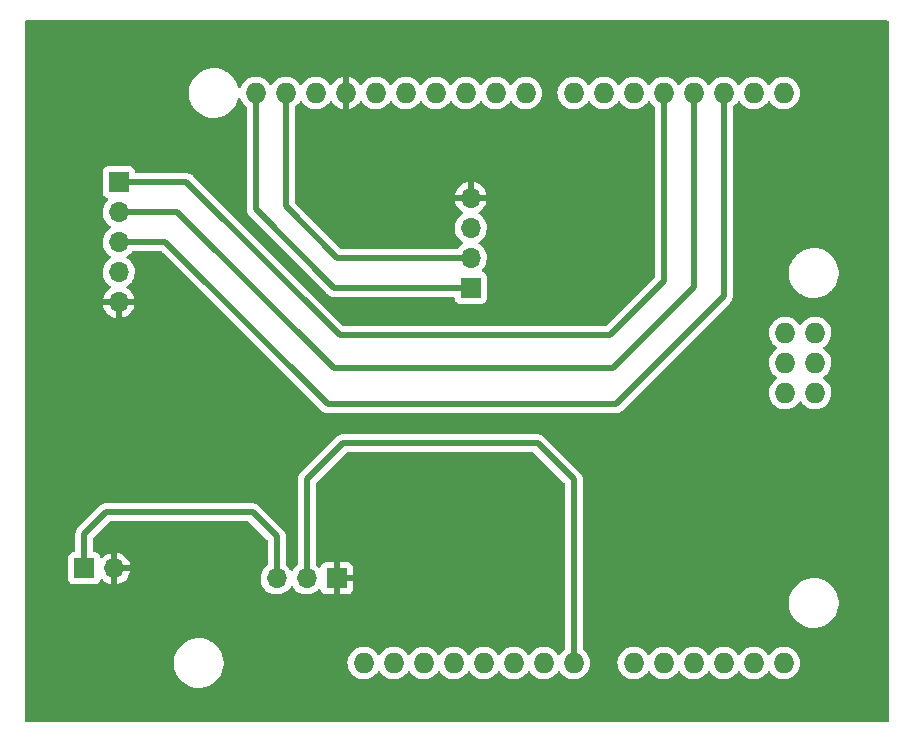
<source format=gbr>
%TF.GenerationSoftware,KiCad,Pcbnew,(6.0.9)*%
%TF.CreationDate,2022-11-16T17:04:13-08:00*%
%TF.ProjectId,ECE 411,45434520-3431-4312-9e6b-696361645f70,rev?*%
%TF.SameCoordinates,Original*%
%TF.FileFunction,Copper,L1,Top*%
%TF.FilePolarity,Positive*%
%FSLAX46Y46*%
G04 Gerber Fmt 4.6, Leading zero omitted, Abs format (unit mm)*
G04 Created by KiCad (PCBNEW (6.0.9)) date 2022-11-16 17:04:13*
%MOMM*%
%LPD*%
G01*
G04 APERTURE LIST*
%TA.AperFunction,ComponentPad*%
%ADD10R,1.700000X1.700000*%
%TD*%
%TA.AperFunction,ComponentPad*%
%ADD11O,1.700000X1.700000*%
%TD*%
%TA.AperFunction,ComponentPad*%
%ADD12O,1.727200X1.727200*%
%TD*%
%TA.AperFunction,ViaPad*%
%ADD13C,0.700000*%
%TD*%
%TA.AperFunction,Conductor*%
%ADD14C,0.500000*%
%TD*%
G04 APERTURE END LIST*
D10*
%TO.P,J1,1,Pin_1*%
%TO.N,Net-(J1-Pad1)*%
X115652000Y-68052000D03*
D11*
%TO.P,J1,2,Pin_2*%
%TO.N,Net-(J1-Pad2)*%
X115652000Y-70592000D03*
%TO.P,J1,3,Pin_3*%
%TO.N,Net-(J1-Pad3)*%
X115652000Y-73132000D03*
%TO.P,J1,4,Pin_4*%
%TO.N,Net-(J1-Pad4)*%
X115652000Y-75672000D03*
%TO.P,J1,5,Pin_5*%
%TO.N,GND*%
X115652000Y-78212000D03*
%TD*%
D10*
%TO.P,J4,1,Pin_1*%
%TO.N,Net-(J4-Pad1)*%
X145460000Y-77002000D03*
D11*
%TO.P,J4,2,Pin_2*%
%TO.N,Net-(J4-Pad2)*%
X145460000Y-74462000D03*
%TO.P,J4,3,Pin_3*%
%TO.N,Net-(J1-Pad4)*%
X145460000Y-71922000D03*
%TO.P,J4,4,Pin_4*%
%TO.N,GND*%
X145460000Y-69382000D03*
%TD*%
D10*
%TO.P,J3,1,Pin_1*%
%TO.N,GND*%
X134112000Y-101600000D03*
D11*
%TO.P,J3,2,Pin_2*%
%TO.N,Net-(J3-Pad2)*%
X131572000Y-101600000D03*
%TO.P,J3,3,Pin_3*%
%TO.N,Net-(J2-Pad1)*%
X129032000Y-101600000D03*
%TD*%
D10*
%TO.P,J2,1,Pin_1*%
%TO.N,Net-(J2-Pad1)*%
X112746000Y-100756000D03*
D11*
%TO.P,J2,2,Pin_2*%
%TO.N,GND*%
X115286000Y-100756000D03*
%TD*%
D12*
%TO.P,XA1,*%
%TO.N,*%
X136400000Y-108770000D03*
%TO.P,XA1,3V3,3.3V*%
%TO.N,unconnected-(XA1-Pad3V3)*%
X144020000Y-108770000D03*
%TO.P,XA1,5V1,5V*%
%TO.N,Net-(J1-Pad4)*%
X146560000Y-108770000D03*
%TO.P,XA1,5V2,SPI_5V*%
%TO.N,unconnected-(XA1-Pad5V2)*%
X174627000Y-80830000D03*
%TO.P,XA1,A0,A0*%
%TO.N,unconnected-(XA1-PadA0)*%
X159260000Y-108770000D03*
%TO.P,XA1,A1,A1*%
%TO.N,unconnected-(XA1-PadA1)*%
X161800000Y-108770000D03*
%TO.P,XA1,A2,A2*%
%TO.N,unconnected-(XA1-PadA2)*%
X164340000Y-108770000D03*
%TO.P,XA1,A3,A3*%
%TO.N,unconnected-(XA1-PadA3)*%
X166880000Y-108770000D03*
%TO.P,XA1,A4,A4*%
%TO.N,unconnected-(XA1-PadA4)*%
X169420000Y-108770000D03*
%TO.P,XA1,A5,A5*%
%TO.N,unconnected-(XA1-PadA5)*%
X171960000Y-108770000D03*
%TO.P,XA1,AREF,AREF*%
%TO.N,unconnected-(XA1-PadAREF)*%
X132336000Y-60510000D03*
%TO.P,XA1,D0,D0_RX0*%
%TO.N,unconnected-(XA1-PadD0)*%
X171960000Y-60510000D03*
%TO.P,XA1,D1,D1_TX0*%
%TO.N,unconnected-(XA1-PadD1)*%
X169420000Y-60510000D03*
%TO.P,XA1,D2,D2_INT0*%
%TO.N,Net-(J1-Pad3)*%
X166880000Y-60510000D03*
%TO.P,XA1,D3,D3_INT1*%
%TO.N,Net-(J1-Pad2)*%
X164340000Y-60510000D03*
%TO.P,XA1,D4,D4*%
%TO.N,Net-(J1-Pad1)*%
X161800000Y-60510000D03*
%TO.P,XA1,D5,D5*%
%TO.N,unconnected-(XA1-PadD5)*%
X159260000Y-60510000D03*
%TO.P,XA1,D6,D6*%
%TO.N,unconnected-(XA1-PadD6)*%
X156720000Y-60510000D03*
%TO.P,XA1,D7,D7*%
%TO.N,unconnected-(XA1-PadD7)*%
X154180000Y-60510000D03*
%TO.P,XA1,D8,D8*%
%TO.N,unconnected-(XA1-PadD8)*%
X150116000Y-60510000D03*
%TO.P,XA1,D9,D9*%
%TO.N,unconnected-(XA1-PadD9)*%
X147576000Y-60510000D03*
%TO.P,XA1,D10,D10_CS*%
%TO.N,unconnected-(XA1-PadD10)*%
X145036000Y-60510000D03*
%TO.P,XA1,D11,D11*%
%TO.N,unconnected-(XA1-PadD11)*%
X142496000Y-60510000D03*
%TO.P,XA1,D12,D12*%
%TO.N,unconnected-(XA1-PadD12)*%
X139956000Y-60510000D03*
%TO.P,XA1,D13,D13*%
%TO.N,unconnected-(XA1-PadD13)*%
X137416000Y-60510000D03*
%TO.P,XA1,GND1,GND*%
%TO.N,GND*%
X134876000Y-60510000D03*
%TO.P,XA1,GND2,GND*%
%TO.N,unconnected-(XA1-PadGND2)*%
X149100000Y-108770000D03*
%TO.P,XA1,GND3,GND*%
%TO.N,unconnected-(XA1-PadGND3)*%
X151640000Y-108770000D03*
%TO.P,XA1,GND4,SPI_GND*%
%TO.N,unconnected-(XA1-PadGND4)*%
X174627000Y-85910000D03*
%TO.P,XA1,IORF,IOREF*%
%TO.N,unconnected-(XA1-PadIORF)*%
X138940000Y-108770000D03*
%TO.P,XA1,MISO,SPI_MISO*%
%TO.N,unconnected-(XA1-PadMISO)*%
X172087000Y-80830000D03*
%TO.P,XA1,MOSI,SPI_MOSI*%
%TO.N,unconnected-(XA1-PadMOSI)*%
X174627000Y-83370000D03*
%TO.P,XA1,RST1,RESET*%
%TO.N,unconnected-(XA1-PadRST1)*%
X141480000Y-108770000D03*
%TO.P,XA1,RST2,SPI_RESET*%
%TO.N,unconnected-(XA1-PadRST2)*%
X172087000Y-85910000D03*
%TO.P,XA1,SCK,SPI_SCK*%
%TO.N,unconnected-(XA1-PadSCK)*%
X172087000Y-83370000D03*
%TO.P,XA1,SCL,SCL*%
%TO.N,Net-(J4-Pad1)*%
X127256000Y-60510000D03*
%TO.P,XA1,SDA,SDA*%
%TO.N,Net-(J4-Pad2)*%
X129796000Y-60510000D03*
%TO.P,XA1,VIN,VIN*%
%TO.N,Net-(J3-Pad2)*%
X154180000Y-108770000D03*
%TD*%
D13*
%TO.N,GND*%
X122428000Y-102870000D03*
X159004000Y-65024000D03*
X122936000Y-78486000D03*
X158496000Y-75692000D03*
X168656000Y-91186000D03*
X171704000Y-65278000D03*
X142748000Y-104140000D03*
X134366000Y-93726000D03*
X147066000Y-92202000D03*
X112268000Y-84074000D03*
X170688000Y-76454000D03*
X150876000Y-104140000D03*
X165100000Y-104394000D03*
X136652000Y-64770000D03*
X156972000Y-91440000D03*
X122682000Y-92710000D03*
X148590000Y-64770000D03*
X121412000Y-65024000D03*
%TD*%
D14*
%TO.N,Net-(J1-Pad1)*%
X121392000Y-68052000D02*
X134366000Y-81026000D01*
X161800000Y-60510000D02*
X161800000Y-76202000D01*
X157226000Y-81026000D02*
X161800000Y-76452000D01*
X134366000Y-81026000D02*
X157226000Y-81026000D01*
X161800000Y-76452000D02*
X161800000Y-76202000D01*
X115652000Y-68052000D02*
X121392000Y-68052000D01*
%TO.N,Net-(J1-Pad2)*%
X157480000Y-83820000D02*
X164340000Y-76960000D01*
X133858000Y-83820000D02*
X157480000Y-83820000D01*
X120630000Y-70592000D02*
X133858000Y-83820000D01*
X164340000Y-76960000D02*
X164340000Y-60510000D01*
X115652000Y-70592000D02*
X120630000Y-70592000D01*
%TO.N,Net-(J1-Pad3)*%
X119614000Y-73132000D02*
X133350000Y-86868000D01*
X157734000Y-86868000D02*
X166880000Y-77722000D01*
X133350000Y-86868000D02*
X157734000Y-86868000D01*
X166880000Y-77722000D02*
X166880000Y-60510000D01*
X115652000Y-73132000D02*
X119614000Y-73132000D01*
%TO.N,Net-(J2-Pad1)*%
X112746000Y-100756000D02*
X112746000Y-97820000D01*
X112746000Y-97820000D02*
X114554000Y-96012000D01*
X127000000Y-96012000D02*
X129032000Y-98044000D01*
X114554000Y-96012000D02*
X127000000Y-96012000D01*
X129032000Y-98044000D02*
X129032000Y-101600000D01*
%TO.N,Net-(J3-Pad2)*%
X151130000Y-90170000D02*
X154180000Y-93220000D01*
X131572000Y-93218000D02*
X134620000Y-90170000D01*
X154180000Y-93220000D02*
X154180000Y-100332000D01*
X134620000Y-90170000D02*
X151130000Y-90170000D01*
X154180000Y-100332000D02*
X154180000Y-108770000D01*
X131572000Y-101600000D02*
X131572000Y-93218000D01*
%TO.N,Net-(J4-Pad1)*%
X127254000Y-70358000D02*
X127256000Y-70356000D01*
X133898000Y-77002000D02*
X127254000Y-70358000D01*
X145460000Y-77002000D02*
X133898000Y-77002000D01*
X127256000Y-70356000D02*
X127256000Y-60510000D01*
%TO.N,Net-(J4-Pad2)*%
X129796000Y-69340000D02*
X129796000Y-60510000D01*
X145460000Y-74462000D02*
X134152000Y-74462000D01*
X129794000Y-69342000D02*
X129796000Y-69340000D01*
X134152000Y-74462000D02*
X129794000Y-70104000D01*
X129794000Y-70104000D02*
X129794000Y-69342000D01*
%TD*%
%TA.AperFunction,Conductor*%
%TO.N,GND*%
G36*
X180790121Y-54376002D02*
G01*
X180836614Y-54429658D01*
X180848000Y-54482000D01*
X180848000Y-113666000D01*
X180827998Y-113734121D01*
X180774342Y-113780614D01*
X180722000Y-113792000D01*
X107822000Y-113792000D01*
X107753879Y-113771998D01*
X107707386Y-113718342D01*
X107696000Y-113666000D01*
X107696000Y-108902703D01*
X120320743Y-108902703D01*
X120358268Y-109187734D01*
X120434129Y-109465036D01*
X120435813Y-109468984D01*
X120482632Y-109578748D01*
X120546923Y-109729476D01*
X120558693Y-109749142D01*
X120681835Y-109954897D01*
X120694561Y-109976161D01*
X120874313Y-110200528D01*
X121082851Y-110398423D01*
X121316317Y-110566186D01*
X121320112Y-110568195D01*
X121320113Y-110568196D01*
X121341869Y-110579715D01*
X121570392Y-110700712D01*
X121840373Y-110799511D01*
X122121264Y-110860755D01*
X122149841Y-110863004D01*
X122344282Y-110878307D01*
X122344291Y-110878307D01*
X122346739Y-110878500D01*
X122502271Y-110878500D01*
X122504407Y-110878354D01*
X122504418Y-110878354D01*
X122712548Y-110864165D01*
X122712554Y-110864164D01*
X122716825Y-110863873D01*
X122721020Y-110863004D01*
X122721022Y-110863004D01*
X122857583Y-110834724D01*
X122998342Y-110805574D01*
X123269343Y-110709607D01*
X123524812Y-110577750D01*
X123528313Y-110575289D01*
X123528317Y-110575287D01*
X123642417Y-110495096D01*
X123760023Y-110412441D01*
X123970622Y-110216740D01*
X124152713Y-109994268D01*
X124302927Y-109749142D01*
X124341034Y-109662333D01*
X124416757Y-109489830D01*
X124418483Y-109485898D01*
X124497244Y-109209406D01*
X124537751Y-108924784D01*
X124537845Y-108906951D01*
X124539235Y-108641583D01*
X124539235Y-108641576D01*
X124539257Y-108637297D01*
X124526463Y-108540113D01*
X124502292Y-108356522D01*
X124501732Y-108352266D01*
X124425871Y-108074964D01*
X124412015Y-108042479D01*
X124314763Y-107814476D01*
X124314761Y-107814472D01*
X124313077Y-107810524D01*
X124204298Y-107628768D01*
X124167643Y-107567521D01*
X124167640Y-107567517D01*
X124165439Y-107563839D01*
X123985687Y-107339472D01*
X123777149Y-107141577D01*
X123543683Y-106973814D01*
X123521843Y-106962250D01*
X123498654Y-106949972D01*
X123289608Y-106839288D01*
X123019627Y-106740489D01*
X122738736Y-106679245D01*
X122707685Y-106676801D01*
X122515718Y-106661693D01*
X122515709Y-106661693D01*
X122513261Y-106661500D01*
X122357729Y-106661500D01*
X122355593Y-106661646D01*
X122355582Y-106661646D01*
X122147452Y-106675835D01*
X122147446Y-106675836D01*
X122143175Y-106676127D01*
X122138980Y-106676996D01*
X122138978Y-106676996D01*
X122002417Y-106705276D01*
X121861658Y-106734426D01*
X121590657Y-106830393D01*
X121335188Y-106962250D01*
X121331687Y-106964711D01*
X121331683Y-106964713D01*
X121321594Y-106971804D01*
X121099977Y-107127559D01*
X120889378Y-107323260D01*
X120707287Y-107545732D01*
X120557073Y-107790858D01*
X120441517Y-108054102D01*
X120362756Y-108330594D01*
X120322249Y-108615216D01*
X120322227Y-108619505D01*
X120322226Y-108619512D01*
X120321068Y-108840578D01*
X120320743Y-108902703D01*
X107696000Y-108902703D01*
X107696000Y-101654134D01*
X111387500Y-101654134D01*
X111394255Y-101716316D01*
X111445385Y-101852705D01*
X111532739Y-101969261D01*
X111649295Y-102056615D01*
X111785684Y-102107745D01*
X111847866Y-102114500D01*
X113644134Y-102114500D01*
X113706316Y-102107745D01*
X113842705Y-102056615D01*
X113959261Y-101969261D01*
X114046615Y-101852705D01*
X114081636Y-101759288D01*
X114090798Y-101734848D01*
X114133440Y-101678084D01*
X114200001Y-101653384D01*
X114269350Y-101668592D01*
X114304017Y-101696580D01*
X114329218Y-101725673D01*
X114336580Y-101732883D01*
X114500434Y-101868916D01*
X114508881Y-101874831D01*
X114692756Y-101982279D01*
X114702042Y-101986729D01*
X114901001Y-102062703D01*
X114910899Y-102065579D01*
X115014250Y-102086606D01*
X115028299Y-102085410D01*
X115032000Y-102075065D01*
X115032000Y-102074517D01*
X115540000Y-102074517D01*
X115544064Y-102088359D01*
X115557478Y-102090393D01*
X115564184Y-102089534D01*
X115574262Y-102087392D01*
X115778255Y-102026191D01*
X115787842Y-102022433D01*
X115979095Y-101928739D01*
X115987945Y-101923464D01*
X116161328Y-101799792D01*
X116169200Y-101793139D01*
X116320052Y-101642812D01*
X116326730Y-101634965D01*
X116451003Y-101462020D01*
X116456313Y-101453183D01*
X116550670Y-101262267D01*
X116554469Y-101252672D01*
X116616377Y-101048910D01*
X116618555Y-101038837D01*
X116619986Y-101027962D01*
X116617775Y-101013778D01*
X116604617Y-101010000D01*
X115558115Y-101010000D01*
X115542876Y-101014475D01*
X115541671Y-101015865D01*
X115540000Y-101023548D01*
X115540000Y-102074517D01*
X115032000Y-102074517D01*
X115032000Y-100483885D01*
X115540000Y-100483885D01*
X115544475Y-100499124D01*
X115545865Y-100500329D01*
X115553548Y-100502000D01*
X116604344Y-100502000D01*
X116617875Y-100498027D01*
X116619180Y-100488947D01*
X116577214Y-100321875D01*
X116573894Y-100312124D01*
X116488972Y-100116814D01*
X116484105Y-100107739D01*
X116368426Y-99928926D01*
X116362136Y-99920757D01*
X116218806Y-99763240D01*
X116211273Y-99756215D01*
X116044139Y-99624222D01*
X116035552Y-99618517D01*
X115849117Y-99515599D01*
X115839705Y-99511369D01*
X115638959Y-99440280D01*
X115628988Y-99437646D01*
X115557837Y-99424972D01*
X115544540Y-99426432D01*
X115540000Y-99440989D01*
X115540000Y-100483885D01*
X115032000Y-100483885D01*
X115032000Y-99439102D01*
X115028082Y-99425758D01*
X115013806Y-99423771D01*
X114975324Y-99429660D01*
X114965288Y-99432051D01*
X114762868Y-99498212D01*
X114753359Y-99502209D01*
X114564463Y-99600542D01*
X114555738Y-99606036D01*
X114385433Y-99733905D01*
X114377726Y-99740748D01*
X114300478Y-99821584D01*
X114238954Y-99857014D01*
X114168042Y-99853557D01*
X114110255Y-99812311D01*
X114091402Y-99778763D01*
X114049767Y-99667703D01*
X114046615Y-99659295D01*
X113959261Y-99542739D01*
X113842705Y-99455385D01*
X113706316Y-99404255D01*
X113644134Y-99397500D01*
X113630500Y-99397500D01*
X113562379Y-99377498D01*
X113515886Y-99323842D01*
X113504500Y-99271500D01*
X113504500Y-98186371D01*
X113524502Y-98118250D01*
X113541405Y-98097276D01*
X114831276Y-96807405D01*
X114893588Y-96773379D01*
X114920371Y-96770500D01*
X126633629Y-96770500D01*
X126701750Y-96790502D01*
X126722724Y-96807405D01*
X128236595Y-98321276D01*
X128270621Y-98383588D01*
X128273500Y-98410371D01*
X128273500Y-100407655D01*
X128253498Y-100475776D01*
X128223153Y-100508415D01*
X128131100Y-100577530D01*
X128126965Y-100580635D01*
X127972629Y-100742138D01*
X127846743Y-100926680D01*
X127752688Y-101129305D01*
X127692989Y-101344570D01*
X127669251Y-101566695D01*
X127669548Y-101571848D01*
X127669548Y-101571851D01*
X127678417Y-101725673D01*
X127682110Y-101789715D01*
X127683247Y-101794761D01*
X127683248Y-101794767D01*
X127697606Y-101858475D01*
X127731222Y-102007639D01*
X127815266Y-102214616D01*
X127866942Y-102298944D01*
X127929291Y-102400688D01*
X127931987Y-102405088D01*
X128078250Y-102573938D01*
X128250126Y-102716632D01*
X128443000Y-102829338D01*
X128651692Y-102909030D01*
X128656760Y-102910061D01*
X128656763Y-102910062D01*
X128764017Y-102931883D01*
X128870597Y-102953567D01*
X128875772Y-102953757D01*
X128875774Y-102953757D01*
X129088673Y-102961564D01*
X129088677Y-102961564D01*
X129093837Y-102961753D01*
X129098957Y-102961097D01*
X129098959Y-102961097D01*
X129310288Y-102934025D01*
X129310289Y-102934025D01*
X129315416Y-102933368D01*
X129320366Y-102931883D01*
X129524429Y-102870661D01*
X129524434Y-102870659D01*
X129529384Y-102869174D01*
X129729994Y-102770896D01*
X129911860Y-102641173D01*
X130070096Y-102483489D01*
X130129594Y-102400689D01*
X130200453Y-102302077D01*
X130201776Y-102303028D01*
X130248645Y-102259857D01*
X130318580Y-102247625D01*
X130384026Y-102275144D01*
X130411875Y-102306994D01*
X130471987Y-102405088D01*
X130618250Y-102573938D01*
X130790126Y-102716632D01*
X130983000Y-102829338D01*
X131191692Y-102909030D01*
X131196760Y-102910061D01*
X131196763Y-102910062D01*
X131304017Y-102931883D01*
X131410597Y-102953567D01*
X131415772Y-102953757D01*
X131415774Y-102953757D01*
X131628673Y-102961564D01*
X131628677Y-102961564D01*
X131633837Y-102961753D01*
X131638957Y-102961097D01*
X131638959Y-102961097D01*
X131850288Y-102934025D01*
X131850289Y-102934025D01*
X131855416Y-102933368D01*
X131860366Y-102931883D01*
X132064429Y-102870661D01*
X132064434Y-102870659D01*
X132069384Y-102869174D01*
X132269994Y-102770896D01*
X132451860Y-102641173D01*
X132519331Y-102573938D01*
X132560479Y-102532933D01*
X132622851Y-102499017D01*
X132693658Y-102504205D01*
X132750419Y-102546851D01*
X132767401Y-102577954D01*
X132808676Y-102688054D01*
X132817214Y-102703649D01*
X132893715Y-102805724D01*
X132906276Y-102818285D01*
X133008351Y-102894786D01*
X133023946Y-102903324D01*
X133144394Y-102948478D01*
X133159649Y-102952105D01*
X133210514Y-102957631D01*
X133217328Y-102958000D01*
X133839885Y-102958000D01*
X133855124Y-102953525D01*
X133856329Y-102952135D01*
X133858000Y-102944452D01*
X133858000Y-102939884D01*
X134366000Y-102939884D01*
X134370475Y-102955123D01*
X134371865Y-102956328D01*
X134379548Y-102957999D01*
X135006669Y-102957999D01*
X135013490Y-102957629D01*
X135064352Y-102952105D01*
X135079604Y-102948479D01*
X135200054Y-102903324D01*
X135215649Y-102894786D01*
X135317724Y-102818285D01*
X135330285Y-102805724D01*
X135406786Y-102703649D01*
X135415324Y-102688054D01*
X135460478Y-102567606D01*
X135464105Y-102552351D01*
X135469631Y-102501486D01*
X135470000Y-102494672D01*
X135470000Y-101872115D01*
X135465525Y-101856876D01*
X135464135Y-101855671D01*
X135456452Y-101854000D01*
X134384115Y-101854000D01*
X134368876Y-101858475D01*
X134367671Y-101859865D01*
X134366000Y-101867548D01*
X134366000Y-102939884D01*
X133858000Y-102939884D01*
X133858000Y-101327885D01*
X134366000Y-101327885D01*
X134370475Y-101343124D01*
X134371865Y-101344329D01*
X134379548Y-101346000D01*
X135451884Y-101346000D01*
X135467123Y-101341525D01*
X135468328Y-101340135D01*
X135469999Y-101332452D01*
X135469999Y-100705331D01*
X135469629Y-100698510D01*
X135464105Y-100647648D01*
X135460479Y-100632396D01*
X135415324Y-100511946D01*
X135406786Y-100496351D01*
X135330285Y-100394276D01*
X135317724Y-100381715D01*
X135215649Y-100305214D01*
X135200054Y-100296676D01*
X135079606Y-100251522D01*
X135064351Y-100247895D01*
X135013486Y-100242369D01*
X135006672Y-100242000D01*
X134384115Y-100242000D01*
X134368876Y-100246475D01*
X134367671Y-100247865D01*
X134366000Y-100255548D01*
X134366000Y-101327885D01*
X133858000Y-101327885D01*
X133858000Y-100260116D01*
X133853525Y-100244877D01*
X133852135Y-100243672D01*
X133844452Y-100242001D01*
X133217331Y-100242001D01*
X133210510Y-100242371D01*
X133159648Y-100247895D01*
X133144396Y-100251521D01*
X133023946Y-100296676D01*
X133008351Y-100305214D01*
X132906276Y-100381715D01*
X132893715Y-100394276D01*
X132817214Y-100496351D01*
X132808676Y-100511946D01*
X132767297Y-100622322D01*
X132724655Y-100679087D01*
X132658093Y-100703786D01*
X132588744Y-100688578D01*
X132556121Y-100662891D01*
X132505148Y-100606873D01*
X132505142Y-100606867D01*
X132501670Y-100603051D01*
X132378407Y-100505703D01*
X132337345Y-100447785D01*
X132330500Y-100406821D01*
X132330500Y-93584371D01*
X132350502Y-93516250D01*
X132367405Y-93495276D01*
X134897276Y-90965405D01*
X134959588Y-90931379D01*
X134986371Y-90928500D01*
X150763629Y-90928500D01*
X150831750Y-90948502D01*
X150852724Y-90965405D01*
X153384595Y-93497276D01*
X153418621Y-93559588D01*
X153421500Y-93586371D01*
X153421500Y-107560647D01*
X153401498Y-107628768D01*
X153371153Y-107661407D01*
X153270046Y-107737320D01*
X153270040Y-107737326D01*
X153265905Y-107740430D01*
X153110024Y-107903550D01*
X153107112Y-107907819D01*
X153107106Y-107907827D01*
X153013503Y-108045043D01*
X152958592Y-108090046D01*
X152888067Y-108098217D01*
X152824320Y-108066963D01*
X152803623Y-108042479D01*
X152733634Y-107934291D01*
X152733632Y-107934288D01*
X152730826Y-107929951D01*
X152578977Y-107763071D01*
X152574926Y-107759872D01*
X152574922Y-107759868D01*
X152405966Y-107626434D01*
X152405962Y-107626432D01*
X152401911Y-107623232D01*
X152204383Y-107514191D01*
X151991698Y-107438876D01*
X151941297Y-107429898D01*
X151774657Y-107400214D01*
X151774653Y-107400214D01*
X151769569Y-107399308D01*
X151697574Y-107398429D01*
X151549129Y-107396615D01*
X151549127Y-107396615D01*
X151543959Y-107396552D01*
X151320929Y-107430680D01*
X151106468Y-107500777D01*
X150906335Y-107604960D01*
X150902202Y-107608063D01*
X150902199Y-107608065D01*
X150831154Y-107661407D01*
X150725905Y-107740430D01*
X150570024Y-107903550D01*
X150567112Y-107907819D01*
X150567106Y-107907827D01*
X150473503Y-108045043D01*
X150418592Y-108090046D01*
X150348067Y-108098217D01*
X150284320Y-108066963D01*
X150263623Y-108042479D01*
X150193634Y-107934291D01*
X150193632Y-107934288D01*
X150190826Y-107929951D01*
X150038977Y-107763071D01*
X150034926Y-107759872D01*
X150034922Y-107759868D01*
X149865966Y-107626434D01*
X149865962Y-107626432D01*
X149861911Y-107623232D01*
X149664383Y-107514191D01*
X149451698Y-107438876D01*
X149401297Y-107429898D01*
X149234657Y-107400214D01*
X149234653Y-107400214D01*
X149229569Y-107399308D01*
X149157574Y-107398429D01*
X149009129Y-107396615D01*
X149009127Y-107396615D01*
X149003959Y-107396552D01*
X148780929Y-107430680D01*
X148566468Y-107500777D01*
X148366335Y-107604960D01*
X148362202Y-107608063D01*
X148362199Y-107608065D01*
X148291154Y-107661407D01*
X148185905Y-107740430D01*
X148030024Y-107903550D01*
X148027112Y-107907819D01*
X148027106Y-107907827D01*
X147933503Y-108045043D01*
X147878592Y-108090046D01*
X147808067Y-108098217D01*
X147744320Y-108066963D01*
X147723623Y-108042479D01*
X147653634Y-107934291D01*
X147653632Y-107934288D01*
X147650826Y-107929951D01*
X147498977Y-107763071D01*
X147494926Y-107759872D01*
X147494922Y-107759868D01*
X147325966Y-107626434D01*
X147325962Y-107626432D01*
X147321911Y-107623232D01*
X147124383Y-107514191D01*
X146911698Y-107438876D01*
X146861297Y-107429898D01*
X146694657Y-107400214D01*
X146694653Y-107400214D01*
X146689569Y-107399308D01*
X146617574Y-107398429D01*
X146469129Y-107396615D01*
X146469127Y-107396615D01*
X146463959Y-107396552D01*
X146240929Y-107430680D01*
X146026468Y-107500777D01*
X145826335Y-107604960D01*
X145822202Y-107608063D01*
X145822199Y-107608065D01*
X145751154Y-107661407D01*
X145645905Y-107740430D01*
X145490024Y-107903550D01*
X145487112Y-107907819D01*
X145487106Y-107907827D01*
X145393503Y-108045043D01*
X145338592Y-108090046D01*
X145268067Y-108098217D01*
X145204320Y-108066963D01*
X145183623Y-108042479D01*
X145113634Y-107934291D01*
X145113632Y-107934288D01*
X145110826Y-107929951D01*
X144958977Y-107763071D01*
X144954926Y-107759872D01*
X144954922Y-107759868D01*
X144785966Y-107626434D01*
X144785962Y-107626432D01*
X144781911Y-107623232D01*
X144584383Y-107514191D01*
X144371698Y-107438876D01*
X144321297Y-107429898D01*
X144154657Y-107400214D01*
X144154653Y-107400214D01*
X144149569Y-107399308D01*
X144077574Y-107398429D01*
X143929129Y-107396615D01*
X143929127Y-107396615D01*
X143923959Y-107396552D01*
X143700929Y-107430680D01*
X143486468Y-107500777D01*
X143286335Y-107604960D01*
X143282202Y-107608063D01*
X143282199Y-107608065D01*
X143211154Y-107661407D01*
X143105905Y-107740430D01*
X142950024Y-107903550D01*
X142947112Y-107907819D01*
X142947106Y-107907827D01*
X142853503Y-108045043D01*
X142798592Y-108090046D01*
X142728067Y-108098217D01*
X142664320Y-108066963D01*
X142643623Y-108042479D01*
X142573634Y-107934291D01*
X142573632Y-107934288D01*
X142570826Y-107929951D01*
X142418977Y-107763071D01*
X142414926Y-107759872D01*
X142414922Y-107759868D01*
X142245966Y-107626434D01*
X142245962Y-107626432D01*
X142241911Y-107623232D01*
X142044383Y-107514191D01*
X141831698Y-107438876D01*
X141781297Y-107429898D01*
X141614657Y-107400214D01*
X141614653Y-107400214D01*
X141609569Y-107399308D01*
X141537574Y-107398429D01*
X141389129Y-107396615D01*
X141389127Y-107396615D01*
X141383959Y-107396552D01*
X141160929Y-107430680D01*
X140946468Y-107500777D01*
X140746335Y-107604960D01*
X140742202Y-107608063D01*
X140742199Y-107608065D01*
X140671154Y-107661407D01*
X140565905Y-107740430D01*
X140410024Y-107903550D01*
X140407112Y-107907819D01*
X140407106Y-107907827D01*
X140313503Y-108045043D01*
X140258592Y-108090046D01*
X140188067Y-108098217D01*
X140124320Y-108066963D01*
X140103623Y-108042479D01*
X140033634Y-107934291D01*
X140033632Y-107934288D01*
X140030826Y-107929951D01*
X139878977Y-107763071D01*
X139874926Y-107759872D01*
X139874922Y-107759868D01*
X139705966Y-107626434D01*
X139705962Y-107626432D01*
X139701911Y-107623232D01*
X139504383Y-107514191D01*
X139291698Y-107438876D01*
X139241297Y-107429898D01*
X139074657Y-107400214D01*
X139074653Y-107400214D01*
X139069569Y-107399308D01*
X138997574Y-107398429D01*
X138849129Y-107396615D01*
X138849127Y-107396615D01*
X138843959Y-107396552D01*
X138620929Y-107430680D01*
X138406468Y-107500777D01*
X138206335Y-107604960D01*
X138202202Y-107608063D01*
X138202199Y-107608065D01*
X138131154Y-107661407D01*
X138025905Y-107740430D01*
X137870024Y-107903550D01*
X137867112Y-107907819D01*
X137867106Y-107907827D01*
X137773503Y-108045043D01*
X137718592Y-108090046D01*
X137648067Y-108098217D01*
X137584320Y-108066963D01*
X137563623Y-108042479D01*
X137493634Y-107934291D01*
X137493632Y-107934288D01*
X137490826Y-107929951D01*
X137338977Y-107763071D01*
X137334926Y-107759872D01*
X137334922Y-107759868D01*
X137165966Y-107626434D01*
X137165962Y-107626432D01*
X137161911Y-107623232D01*
X136964383Y-107514191D01*
X136751698Y-107438876D01*
X136701297Y-107429898D01*
X136534657Y-107400214D01*
X136534653Y-107400214D01*
X136529569Y-107399308D01*
X136457574Y-107398429D01*
X136309129Y-107396615D01*
X136309127Y-107396615D01*
X136303959Y-107396552D01*
X136080929Y-107430680D01*
X135866468Y-107500777D01*
X135666335Y-107604960D01*
X135662202Y-107608063D01*
X135662199Y-107608065D01*
X135591154Y-107661407D01*
X135485905Y-107740430D01*
X135330024Y-107903550D01*
X135202878Y-108089940D01*
X135200704Y-108094624D01*
X135200702Y-108094627D01*
X135129402Y-108248231D01*
X135107881Y-108294593D01*
X135047585Y-108512013D01*
X135023609Y-108736362D01*
X135023906Y-108741514D01*
X135023906Y-108741518D01*
X135029618Y-108840578D01*
X135036597Y-108961614D01*
X135037734Y-108966660D01*
X135037735Y-108966666D01*
X135058984Y-109060952D01*
X135086200Y-109181720D01*
X135088142Y-109186502D01*
X135088143Y-109186506D01*
X135124822Y-109276835D01*
X135171086Y-109390769D01*
X135288975Y-109583147D01*
X135436702Y-109753687D01*
X135610299Y-109897810D01*
X135614751Y-109900412D01*
X135614756Y-109900415D01*
X135750107Y-109979508D01*
X135805103Y-110011645D01*
X136015884Y-110092134D01*
X136020952Y-110093165D01*
X136020955Y-110093166D01*
X136129404Y-110115230D01*
X136236981Y-110137117D01*
X136242156Y-110137307D01*
X136242158Y-110137307D01*
X136457292Y-110145196D01*
X136457296Y-110145196D01*
X136462456Y-110145385D01*
X136467576Y-110144729D01*
X136467578Y-110144729D01*
X136536985Y-110135838D01*
X136686253Y-110116716D01*
X136691202Y-110115231D01*
X136691208Y-110115230D01*
X136897413Y-110053365D01*
X136897412Y-110053365D01*
X136902363Y-110051880D01*
X137019964Y-109994268D01*
X137100331Y-109954897D01*
X137100336Y-109954894D01*
X137104982Y-109952618D01*
X137109192Y-109949615D01*
X137109197Y-109949612D01*
X137284455Y-109824601D01*
X137284459Y-109824597D01*
X137288667Y-109821596D01*
X137448487Y-109662333D01*
X137569370Y-109494107D01*
X137625364Y-109450459D01*
X137696068Y-109444013D01*
X137759032Y-109476816D01*
X137779125Y-109501799D01*
X137826275Y-109578743D01*
X137826279Y-109578748D01*
X137828975Y-109583147D01*
X137976702Y-109753687D01*
X138150299Y-109897810D01*
X138154751Y-109900412D01*
X138154756Y-109900415D01*
X138290107Y-109979508D01*
X138345103Y-110011645D01*
X138555884Y-110092134D01*
X138560952Y-110093165D01*
X138560955Y-110093166D01*
X138669404Y-110115230D01*
X138776981Y-110137117D01*
X138782156Y-110137307D01*
X138782158Y-110137307D01*
X138997292Y-110145196D01*
X138997296Y-110145196D01*
X139002456Y-110145385D01*
X139007576Y-110144729D01*
X139007578Y-110144729D01*
X139076985Y-110135838D01*
X139226253Y-110116716D01*
X139231202Y-110115231D01*
X139231208Y-110115230D01*
X139437413Y-110053365D01*
X139437412Y-110053365D01*
X139442363Y-110051880D01*
X139559964Y-109994268D01*
X139640331Y-109954897D01*
X139640336Y-109954894D01*
X139644982Y-109952618D01*
X139649192Y-109949615D01*
X139649197Y-109949612D01*
X139824455Y-109824601D01*
X139824459Y-109824597D01*
X139828667Y-109821596D01*
X139988487Y-109662333D01*
X140109370Y-109494107D01*
X140165364Y-109450459D01*
X140236068Y-109444013D01*
X140299032Y-109476816D01*
X140319125Y-109501799D01*
X140366275Y-109578743D01*
X140366279Y-109578748D01*
X140368975Y-109583147D01*
X140516702Y-109753687D01*
X140690299Y-109897810D01*
X140694751Y-109900412D01*
X140694756Y-109900415D01*
X140830107Y-109979508D01*
X140885103Y-110011645D01*
X141095884Y-110092134D01*
X141100952Y-110093165D01*
X141100955Y-110093166D01*
X141209404Y-110115230D01*
X141316981Y-110137117D01*
X141322156Y-110137307D01*
X141322158Y-110137307D01*
X141537292Y-110145196D01*
X141537296Y-110145196D01*
X141542456Y-110145385D01*
X141547576Y-110144729D01*
X141547578Y-110144729D01*
X141616985Y-110135838D01*
X141766253Y-110116716D01*
X141771202Y-110115231D01*
X141771208Y-110115230D01*
X141977413Y-110053365D01*
X141977412Y-110053365D01*
X141982363Y-110051880D01*
X142099964Y-109994268D01*
X142180331Y-109954897D01*
X142180336Y-109954894D01*
X142184982Y-109952618D01*
X142189192Y-109949615D01*
X142189197Y-109949612D01*
X142364455Y-109824601D01*
X142364459Y-109824597D01*
X142368667Y-109821596D01*
X142528487Y-109662333D01*
X142649370Y-109494107D01*
X142705364Y-109450459D01*
X142776068Y-109444013D01*
X142839032Y-109476816D01*
X142859125Y-109501799D01*
X142906275Y-109578743D01*
X142906279Y-109578748D01*
X142908975Y-109583147D01*
X143056702Y-109753687D01*
X143230299Y-109897810D01*
X143234751Y-109900412D01*
X143234756Y-109900415D01*
X143370107Y-109979508D01*
X143425103Y-110011645D01*
X143635884Y-110092134D01*
X143640952Y-110093165D01*
X143640955Y-110093166D01*
X143749404Y-110115230D01*
X143856981Y-110137117D01*
X143862156Y-110137307D01*
X143862158Y-110137307D01*
X144077292Y-110145196D01*
X144077296Y-110145196D01*
X144082456Y-110145385D01*
X144087576Y-110144729D01*
X144087578Y-110144729D01*
X144156985Y-110135838D01*
X144306253Y-110116716D01*
X144311202Y-110115231D01*
X144311208Y-110115230D01*
X144517413Y-110053365D01*
X144517412Y-110053365D01*
X144522363Y-110051880D01*
X144639964Y-109994268D01*
X144720331Y-109954897D01*
X144720336Y-109954894D01*
X144724982Y-109952618D01*
X144729192Y-109949615D01*
X144729197Y-109949612D01*
X144904455Y-109824601D01*
X144904459Y-109824597D01*
X144908667Y-109821596D01*
X145068487Y-109662333D01*
X145189370Y-109494107D01*
X145245364Y-109450459D01*
X145316068Y-109444013D01*
X145379032Y-109476816D01*
X145399125Y-109501799D01*
X145446275Y-109578743D01*
X145446279Y-109578748D01*
X145448975Y-109583147D01*
X145596702Y-109753687D01*
X145770299Y-109897810D01*
X145774751Y-109900412D01*
X145774756Y-109900415D01*
X145910107Y-109979508D01*
X145965103Y-110011645D01*
X146175884Y-110092134D01*
X146180952Y-110093165D01*
X146180955Y-110093166D01*
X146289404Y-110115230D01*
X146396981Y-110137117D01*
X146402156Y-110137307D01*
X146402158Y-110137307D01*
X146617292Y-110145196D01*
X146617296Y-110145196D01*
X146622456Y-110145385D01*
X146627576Y-110144729D01*
X146627578Y-110144729D01*
X146696985Y-110135838D01*
X146846253Y-110116716D01*
X146851202Y-110115231D01*
X146851208Y-110115230D01*
X147057413Y-110053365D01*
X147057412Y-110053365D01*
X147062363Y-110051880D01*
X147179964Y-109994268D01*
X147260331Y-109954897D01*
X147260336Y-109954894D01*
X147264982Y-109952618D01*
X147269192Y-109949615D01*
X147269197Y-109949612D01*
X147444455Y-109824601D01*
X147444459Y-109824597D01*
X147448667Y-109821596D01*
X147608487Y-109662333D01*
X147729370Y-109494107D01*
X147785364Y-109450459D01*
X147856068Y-109444013D01*
X147919032Y-109476816D01*
X147939125Y-109501799D01*
X147986275Y-109578743D01*
X147986279Y-109578748D01*
X147988975Y-109583147D01*
X148136702Y-109753687D01*
X148310299Y-109897810D01*
X148314751Y-109900412D01*
X148314756Y-109900415D01*
X148450107Y-109979508D01*
X148505103Y-110011645D01*
X148715884Y-110092134D01*
X148720952Y-110093165D01*
X148720955Y-110093166D01*
X148829404Y-110115230D01*
X148936981Y-110137117D01*
X148942156Y-110137307D01*
X148942158Y-110137307D01*
X149157292Y-110145196D01*
X149157296Y-110145196D01*
X149162456Y-110145385D01*
X149167576Y-110144729D01*
X149167578Y-110144729D01*
X149236985Y-110135838D01*
X149386253Y-110116716D01*
X149391202Y-110115231D01*
X149391208Y-110115230D01*
X149597413Y-110053365D01*
X149597412Y-110053365D01*
X149602363Y-110051880D01*
X149719964Y-109994268D01*
X149800331Y-109954897D01*
X149800336Y-109954894D01*
X149804982Y-109952618D01*
X149809192Y-109949615D01*
X149809197Y-109949612D01*
X149984455Y-109824601D01*
X149984459Y-109824597D01*
X149988667Y-109821596D01*
X150148487Y-109662333D01*
X150269370Y-109494107D01*
X150325364Y-109450459D01*
X150396068Y-109444013D01*
X150459032Y-109476816D01*
X150479125Y-109501799D01*
X150526275Y-109578743D01*
X150526279Y-109578748D01*
X150528975Y-109583147D01*
X150676702Y-109753687D01*
X150850299Y-109897810D01*
X150854751Y-109900412D01*
X150854756Y-109900415D01*
X150990107Y-109979508D01*
X151045103Y-110011645D01*
X151255884Y-110092134D01*
X151260952Y-110093165D01*
X151260955Y-110093166D01*
X151369404Y-110115230D01*
X151476981Y-110137117D01*
X151482156Y-110137307D01*
X151482158Y-110137307D01*
X151697292Y-110145196D01*
X151697296Y-110145196D01*
X151702456Y-110145385D01*
X151707576Y-110144729D01*
X151707578Y-110144729D01*
X151776985Y-110135838D01*
X151926253Y-110116716D01*
X151931202Y-110115231D01*
X151931208Y-110115230D01*
X152137413Y-110053365D01*
X152137412Y-110053365D01*
X152142363Y-110051880D01*
X152259964Y-109994268D01*
X152340331Y-109954897D01*
X152340336Y-109954894D01*
X152344982Y-109952618D01*
X152349192Y-109949615D01*
X152349197Y-109949612D01*
X152524455Y-109824601D01*
X152524459Y-109824597D01*
X152528667Y-109821596D01*
X152688487Y-109662333D01*
X152809370Y-109494107D01*
X152865364Y-109450459D01*
X152936068Y-109444013D01*
X152999032Y-109476816D01*
X153019125Y-109501799D01*
X153066275Y-109578743D01*
X153066279Y-109578748D01*
X153068975Y-109583147D01*
X153216702Y-109753687D01*
X153390299Y-109897810D01*
X153394751Y-109900412D01*
X153394756Y-109900415D01*
X153530107Y-109979508D01*
X153585103Y-110011645D01*
X153795884Y-110092134D01*
X153800952Y-110093165D01*
X153800955Y-110093166D01*
X153909404Y-110115230D01*
X154016981Y-110137117D01*
X154022156Y-110137307D01*
X154022158Y-110137307D01*
X154237292Y-110145196D01*
X154237296Y-110145196D01*
X154242456Y-110145385D01*
X154247576Y-110144729D01*
X154247578Y-110144729D01*
X154316985Y-110135838D01*
X154466253Y-110116716D01*
X154471202Y-110115231D01*
X154471208Y-110115230D01*
X154677413Y-110053365D01*
X154677412Y-110053365D01*
X154682363Y-110051880D01*
X154799964Y-109994268D01*
X154880331Y-109954897D01*
X154880336Y-109954894D01*
X154884982Y-109952618D01*
X154889192Y-109949615D01*
X154889197Y-109949612D01*
X155064455Y-109824601D01*
X155064459Y-109824597D01*
X155068667Y-109821596D01*
X155228487Y-109662333D01*
X155360150Y-109479105D01*
X155460118Y-109276835D01*
X155525708Y-109060952D01*
X155543635Y-108924784D01*
X155554721Y-108840578D01*
X155554722Y-108840572D01*
X155555158Y-108837256D01*
X155556802Y-108770000D01*
X155554037Y-108736362D01*
X157883609Y-108736362D01*
X157883906Y-108741514D01*
X157883906Y-108741518D01*
X157889618Y-108840578D01*
X157896597Y-108961614D01*
X157897734Y-108966660D01*
X157897735Y-108966666D01*
X157918984Y-109060952D01*
X157946200Y-109181720D01*
X157948142Y-109186502D01*
X157948143Y-109186506D01*
X157984822Y-109276835D01*
X158031086Y-109390769D01*
X158148975Y-109583147D01*
X158296702Y-109753687D01*
X158470299Y-109897810D01*
X158474751Y-109900412D01*
X158474756Y-109900415D01*
X158610107Y-109979508D01*
X158665103Y-110011645D01*
X158875884Y-110092134D01*
X158880952Y-110093165D01*
X158880955Y-110093166D01*
X158989404Y-110115230D01*
X159096981Y-110137117D01*
X159102156Y-110137307D01*
X159102158Y-110137307D01*
X159317292Y-110145196D01*
X159317296Y-110145196D01*
X159322456Y-110145385D01*
X159327576Y-110144729D01*
X159327578Y-110144729D01*
X159396985Y-110135838D01*
X159546253Y-110116716D01*
X159551202Y-110115231D01*
X159551208Y-110115230D01*
X159757413Y-110053365D01*
X159757412Y-110053365D01*
X159762363Y-110051880D01*
X159879964Y-109994268D01*
X159960331Y-109954897D01*
X159960336Y-109954894D01*
X159964982Y-109952618D01*
X159969192Y-109949615D01*
X159969197Y-109949612D01*
X160144455Y-109824601D01*
X160144459Y-109824597D01*
X160148667Y-109821596D01*
X160308487Y-109662333D01*
X160429370Y-109494107D01*
X160485364Y-109450459D01*
X160556068Y-109444013D01*
X160619032Y-109476816D01*
X160639125Y-109501799D01*
X160686275Y-109578743D01*
X160686279Y-109578748D01*
X160688975Y-109583147D01*
X160836702Y-109753687D01*
X161010299Y-109897810D01*
X161014751Y-109900412D01*
X161014756Y-109900415D01*
X161150107Y-109979508D01*
X161205103Y-110011645D01*
X161415884Y-110092134D01*
X161420952Y-110093165D01*
X161420955Y-110093166D01*
X161529404Y-110115230D01*
X161636981Y-110137117D01*
X161642156Y-110137307D01*
X161642158Y-110137307D01*
X161857292Y-110145196D01*
X161857296Y-110145196D01*
X161862456Y-110145385D01*
X161867576Y-110144729D01*
X161867578Y-110144729D01*
X161936985Y-110135838D01*
X162086253Y-110116716D01*
X162091202Y-110115231D01*
X162091208Y-110115230D01*
X162297413Y-110053365D01*
X162297412Y-110053365D01*
X162302363Y-110051880D01*
X162419964Y-109994268D01*
X162500331Y-109954897D01*
X162500336Y-109954894D01*
X162504982Y-109952618D01*
X162509192Y-109949615D01*
X162509197Y-109949612D01*
X162684455Y-109824601D01*
X162684459Y-109824597D01*
X162688667Y-109821596D01*
X162848487Y-109662333D01*
X162969370Y-109494107D01*
X163025364Y-109450459D01*
X163096068Y-109444013D01*
X163159032Y-109476816D01*
X163179125Y-109501799D01*
X163226275Y-109578743D01*
X163226279Y-109578748D01*
X163228975Y-109583147D01*
X163376702Y-109753687D01*
X163550299Y-109897810D01*
X163554751Y-109900412D01*
X163554756Y-109900415D01*
X163690107Y-109979508D01*
X163745103Y-110011645D01*
X163955884Y-110092134D01*
X163960952Y-110093165D01*
X163960955Y-110093166D01*
X164069404Y-110115230D01*
X164176981Y-110137117D01*
X164182156Y-110137307D01*
X164182158Y-110137307D01*
X164397292Y-110145196D01*
X164397296Y-110145196D01*
X164402456Y-110145385D01*
X164407576Y-110144729D01*
X164407578Y-110144729D01*
X164476985Y-110135838D01*
X164626253Y-110116716D01*
X164631202Y-110115231D01*
X164631208Y-110115230D01*
X164837413Y-110053365D01*
X164837412Y-110053365D01*
X164842363Y-110051880D01*
X164959964Y-109994268D01*
X165040331Y-109954897D01*
X165040336Y-109954894D01*
X165044982Y-109952618D01*
X165049192Y-109949615D01*
X165049197Y-109949612D01*
X165224455Y-109824601D01*
X165224459Y-109824597D01*
X165228667Y-109821596D01*
X165388487Y-109662333D01*
X165509370Y-109494107D01*
X165565364Y-109450459D01*
X165636068Y-109444013D01*
X165699032Y-109476816D01*
X165719125Y-109501799D01*
X165766275Y-109578743D01*
X165766279Y-109578748D01*
X165768975Y-109583147D01*
X165916702Y-109753687D01*
X166090299Y-109897810D01*
X166094751Y-109900412D01*
X166094756Y-109900415D01*
X166230107Y-109979508D01*
X166285103Y-110011645D01*
X166495884Y-110092134D01*
X166500952Y-110093165D01*
X166500955Y-110093166D01*
X166609404Y-110115230D01*
X166716981Y-110137117D01*
X166722156Y-110137307D01*
X166722158Y-110137307D01*
X166937292Y-110145196D01*
X166937296Y-110145196D01*
X166942456Y-110145385D01*
X166947576Y-110144729D01*
X166947578Y-110144729D01*
X167016985Y-110135838D01*
X167166253Y-110116716D01*
X167171202Y-110115231D01*
X167171208Y-110115230D01*
X167377413Y-110053365D01*
X167377412Y-110053365D01*
X167382363Y-110051880D01*
X167499964Y-109994268D01*
X167580331Y-109954897D01*
X167580336Y-109954894D01*
X167584982Y-109952618D01*
X167589192Y-109949615D01*
X167589197Y-109949612D01*
X167764455Y-109824601D01*
X167764459Y-109824597D01*
X167768667Y-109821596D01*
X167928487Y-109662333D01*
X168049370Y-109494107D01*
X168105364Y-109450459D01*
X168176068Y-109444013D01*
X168239032Y-109476816D01*
X168259125Y-109501799D01*
X168306275Y-109578743D01*
X168306279Y-109578748D01*
X168308975Y-109583147D01*
X168456702Y-109753687D01*
X168630299Y-109897810D01*
X168634751Y-109900412D01*
X168634756Y-109900415D01*
X168770107Y-109979508D01*
X168825103Y-110011645D01*
X169035884Y-110092134D01*
X169040952Y-110093165D01*
X169040955Y-110093166D01*
X169149404Y-110115230D01*
X169256981Y-110137117D01*
X169262156Y-110137307D01*
X169262158Y-110137307D01*
X169477292Y-110145196D01*
X169477296Y-110145196D01*
X169482456Y-110145385D01*
X169487576Y-110144729D01*
X169487578Y-110144729D01*
X169556985Y-110135838D01*
X169706253Y-110116716D01*
X169711202Y-110115231D01*
X169711208Y-110115230D01*
X169917413Y-110053365D01*
X169917412Y-110053365D01*
X169922363Y-110051880D01*
X170039964Y-109994268D01*
X170120331Y-109954897D01*
X170120336Y-109954894D01*
X170124982Y-109952618D01*
X170129192Y-109949615D01*
X170129197Y-109949612D01*
X170304455Y-109824601D01*
X170304459Y-109824597D01*
X170308667Y-109821596D01*
X170468487Y-109662333D01*
X170589370Y-109494107D01*
X170645364Y-109450459D01*
X170716068Y-109444013D01*
X170779032Y-109476816D01*
X170799125Y-109501799D01*
X170846275Y-109578743D01*
X170846279Y-109578748D01*
X170848975Y-109583147D01*
X170996702Y-109753687D01*
X171170299Y-109897810D01*
X171174751Y-109900412D01*
X171174756Y-109900415D01*
X171310107Y-109979508D01*
X171365103Y-110011645D01*
X171575884Y-110092134D01*
X171580952Y-110093165D01*
X171580955Y-110093166D01*
X171689404Y-110115230D01*
X171796981Y-110137117D01*
X171802156Y-110137307D01*
X171802158Y-110137307D01*
X172017292Y-110145196D01*
X172017296Y-110145196D01*
X172022456Y-110145385D01*
X172027576Y-110144729D01*
X172027578Y-110144729D01*
X172096985Y-110135838D01*
X172246253Y-110116716D01*
X172251202Y-110115231D01*
X172251208Y-110115230D01*
X172457413Y-110053365D01*
X172457412Y-110053365D01*
X172462363Y-110051880D01*
X172579964Y-109994268D01*
X172660331Y-109954897D01*
X172660336Y-109954894D01*
X172664982Y-109952618D01*
X172669192Y-109949615D01*
X172669197Y-109949612D01*
X172844455Y-109824601D01*
X172844459Y-109824597D01*
X172848667Y-109821596D01*
X173008487Y-109662333D01*
X173140150Y-109479105D01*
X173240118Y-109276835D01*
X173305708Y-109060952D01*
X173323635Y-108924784D01*
X173334721Y-108840578D01*
X173334722Y-108840572D01*
X173335158Y-108837256D01*
X173336802Y-108770000D01*
X173318315Y-108545132D01*
X173263349Y-108326304D01*
X173173380Y-108119391D01*
X173125282Y-108045043D01*
X173053634Y-107934291D01*
X173053632Y-107934288D01*
X173050826Y-107929951D01*
X172898977Y-107763071D01*
X172894926Y-107759872D01*
X172894922Y-107759868D01*
X172725966Y-107626434D01*
X172725962Y-107626432D01*
X172721911Y-107623232D01*
X172524383Y-107514191D01*
X172311698Y-107438876D01*
X172261297Y-107429898D01*
X172094657Y-107400214D01*
X172094653Y-107400214D01*
X172089569Y-107399308D01*
X172017574Y-107398429D01*
X171869129Y-107396615D01*
X171869127Y-107396615D01*
X171863959Y-107396552D01*
X171640929Y-107430680D01*
X171426468Y-107500777D01*
X171226335Y-107604960D01*
X171222202Y-107608063D01*
X171222199Y-107608065D01*
X171151154Y-107661407D01*
X171045905Y-107740430D01*
X170890024Y-107903550D01*
X170887112Y-107907819D01*
X170887106Y-107907827D01*
X170793503Y-108045043D01*
X170738592Y-108090046D01*
X170668067Y-108098217D01*
X170604320Y-108066963D01*
X170583623Y-108042479D01*
X170513634Y-107934291D01*
X170513632Y-107934288D01*
X170510826Y-107929951D01*
X170358977Y-107763071D01*
X170354926Y-107759872D01*
X170354922Y-107759868D01*
X170185966Y-107626434D01*
X170185962Y-107626432D01*
X170181911Y-107623232D01*
X169984383Y-107514191D01*
X169771698Y-107438876D01*
X169721297Y-107429898D01*
X169554657Y-107400214D01*
X169554653Y-107400214D01*
X169549569Y-107399308D01*
X169477574Y-107398429D01*
X169329129Y-107396615D01*
X169329127Y-107396615D01*
X169323959Y-107396552D01*
X169100929Y-107430680D01*
X168886468Y-107500777D01*
X168686335Y-107604960D01*
X168682202Y-107608063D01*
X168682199Y-107608065D01*
X168611154Y-107661407D01*
X168505905Y-107740430D01*
X168350024Y-107903550D01*
X168347112Y-107907819D01*
X168347106Y-107907827D01*
X168253503Y-108045043D01*
X168198592Y-108090046D01*
X168128067Y-108098217D01*
X168064320Y-108066963D01*
X168043623Y-108042479D01*
X167973634Y-107934291D01*
X167973632Y-107934288D01*
X167970826Y-107929951D01*
X167818977Y-107763071D01*
X167814926Y-107759872D01*
X167814922Y-107759868D01*
X167645966Y-107626434D01*
X167645962Y-107626432D01*
X167641911Y-107623232D01*
X167444383Y-107514191D01*
X167231698Y-107438876D01*
X167181297Y-107429898D01*
X167014657Y-107400214D01*
X167014653Y-107400214D01*
X167009569Y-107399308D01*
X166937574Y-107398429D01*
X166789129Y-107396615D01*
X166789127Y-107396615D01*
X166783959Y-107396552D01*
X166560929Y-107430680D01*
X166346468Y-107500777D01*
X166146335Y-107604960D01*
X166142202Y-107608063D01*
X166142199Y-107608065D01*
X166071154Y-107661407D01*
X165965905Y-107740430D01*
X165810024Y-107903550D01*
X165807112Y-107907819D01*
X165807106Y-107907827D01*
X165713503Y-108045043D01*
X165658592Y-108090046D01*
X165588067Y-108098217D01*
X165524320Y-108066963D01*
X165503623Y-108042479D01*
X165433634Y-107934291D01*
X165433632Y-107934288D01*
X165430826Y-107929951D01*
X165278977Y-107763071D01*
X165274926Y-107759872D01*
X165274922Y-107759868D01*
X165105966Y-107626434D01*
X165105962Y-107626432D01*
X165101911Y-107623232D01*
X164904383Y-107514191D01*
X164691698Y-107438876D01*
X164641297Y-107429898D01*
X164474657Y-107400214D01*
X164474653Y-107400214D01*
X164469569Y-107399308D01*
X164397574Y-107398429D01*
X164249129Y-107396615D01*
X164249127Y-107396615D01*
X164243959Y-107396552D01*
X164020929Y-107430680D01*
X163806468Y-107500777D01*
X163606335Y-107604960D01*
X163602202Y-107608063D01*
X163602199Y-107608065D01*
X163531154Y-107661407D01*
X163425905Y-107740430D01*
X163270024Y-107903550D01*
X163267112Y-107907819D01*
X163267106Y-107907827D01*
X163173503Y-108045043D01*
X163118592Y-108090046D01*
X163048067Y-108098217D01*
X162984320Y-108066963D01*
X162963623Y-108042479D01*
X162893634Y-107934291D01*
X162893632Y-107934288D01*
X162890826Y-107929951D01*
X162738977Y-107763071D01*
X162734926Y-107759872D01*
X162734922Y-107759868D01*
X162565966Y-107626434D01*
X162565962Y-107626432D01*
X162561911Y-107623232D01*
X162364383Y-107514191D01*
X162151698Y-107438876D01*
X162101297Y-107429898D01*
X161934657Y-107400214D01*
X161934653Y-107400214D01*
X161929569Y-107399308D01*
X161857574Y-107398429D01*
X161709129Y-107396615D01*
X161709127Y-107396615D01*
X161703959Y-107396552D01*
X161480929Y-107430680D01*
X161266468Y-107500777D01*
X161066335Y-107604960D01*
X161062202Y-107608063D01*
X161062199Y-107608065D01*
X160991154Y-107661407D01*
X160885905Y-107740430D01*
X160730024Y-107903550D01*
X160727112Y-107907819D01*
X160727106Y-107907827D01*
X160633503Y-108045043D01*
X160578592Y-108090046D01*
X160508067Y-108098217D01*
X160444320Y-108066963D01*
X160423623Y-108042479D01*
X160353634Y-107934291D01*
X160353632Y-107934288D01*
X160350826Y-107929951D01*
X160198977Y-107763071D01*
X160194926Y-107759872D01*
X160194922Y-107759868D01*
X160025966Y-107626434D01*
X160025962Y-107626432D01*
X160021911Y-107623232D01*
X159824383Y-107514191D01*
X159611698Y-107438876D01*
X159561297Y-107429898D01*
X159394657Y-107400214D01*
X159394653Y-107400214D01*
X159389569Y-107399308D01*
X159317574Y-107398429D01*
X159169129Y-107396615D01*
X159169127Y-107396615D01*
X159163959Y-107396552D01*
X158940929Y-107430680D01*
X158726468Y-107500777D01*
X158526335Y-107604960D01*
X158522202Y-107608063D01*
X158522199Y-107608065D01*
X158451154Y-107661407D01*
X158345905Y-107740430D01*
X158190024Y-107903550D01*
X158062878Y-108089940D01*
X158060704Y-108094624D01*
X158060702Y-108094627D01*
X157989402Y-108248231D01*
X157967881Y-108294593D01*
X157907585Y-108512013D01*
X157883609Y-108736362D01*
X155554037Y-108736362D01*
X155538315Y-108545132D01*
X155483349Y-108326304D01*
X155393380Y-108119391D01*
X155345282Y-108045043D01*
X155273634Y-107934291D01*
X155273632Y-107934288D01*
X155270826Y-107929951D01*
X155118977Y-107763071D01*
X155114926Y-107759872D01*
X155114922Y-107759868D01*
X155022633Y-107686983D01*
X154986408Y-107658374D01*
X154945345Y-107600457D01*
X154938500Y-107559492D01*
X154938500Y-103822703D01*
X172390743Y-103822703D01*
X172428268Y-104107734D01*
X172504129Y-104385036D01*
X172616923Y-104649476D01*
X172764561Y-104896161D01*
X172944313Y-105120528D01*
X173152851Y-105318423D01*
X173386317Y-105486186D01*
X173390112Y-105488195D01*
X173390113Y-105488196D01*
X173411869Y-105499715D01*
X173640392Y-105620712D01*
X173910373Y-105719511D01*
X174191264Y-105780755D01*
X174219841Y-105783004D01*
X174414282Y-105798307D01*
X174414291Y-105798307D01*
X174416739Y-105798500D01*
X174572271Y-105798500D01*
X174574407Y-105798354D01*
X174574418Y-105798354D01*
X174782548Y-105784165D01*
X174782554Y-105784164D01*
X174786825Y-105783873D01*
X174791020Y-105783004D01*
X174791022Y-105783004D01*
X174927584Y-105754723D01*
X175068342Y-105725574D01*
X175339343Y-105629607D01*
X175594812Y-105497750D01*
X175598313Y-105495289D01*
X175598317Y-105495287D01*
X175712418Y-105415095D01*
X175830023Y-105332441D01*
X176040622Y-105136740D01*
X176222713Y-104914268D01*
X176372927Y-104669142D01*
X176488483Y-104405898D01*
X176567244Y-104129406D01*
X176607751Y-103844784D01*
X176607845Y-103826951D01*
X176609235Y-103561583D01*
X176609235Y-103561576D01*
X176609257Y-103557297D01*
X176571732Y-103272266D01*
X176495871Y-102994964D01*
X176469598Y-102933368D01*
X176384763Y-102734476D01*
X176384761Y-102734472D01*
X176383077Y-102730524D01*
X176244523Y-102499017D01*
X176237643Y-102487521D01*
X176237640Y-102487517D01*
X176235439Y-102483839D01*
X176055687Y-102259472D01*
X175902918Y-102114500D01*
X175850258Y-102064527D01*
X175850255Y-102064525D01*
X175847149Y-102061577D01*
X175613683Y-101893814D01*
X175591843Y-101882250D01*
X175549614Y-101859891D01*
X175359608Y-101759288D01*
X175137708Y-101678084D01*
X175093658Y-101661964D01*
X175093656Y-101661963D01*
X175089627Y-101660489D01*
X174808736Y-101599245D01*
X174777685Y-101596801D01*
X174585718Y-101581693D01*
X174585709Y-101581693D01*
X174583261Y-101581500D01*
X174427729Y-101581500D01*
X174425593Y-101581646D01*
X174425582Y-101581646D01*
X174217452Y-101595835D01*
X174217446Y-101595836D01*
X174213175Y-101596127D01*
X174208980Y-101596996D01*
X174208978Y-101596996D01*
X174072417Y-101625276D01*
X173931658Y-101654426D01*
X173660657Y-101750393D01*
X173656848Y-101752359D01*
X173459922Y-101854000D01*
X173405188Y-101882250D01*
X173401687Y-101884711D01*
X173401683Y-101884713D01*
X173396908Y-101888069D01*
X173169977Y-102047559D01*
X173127112Y-102087392D01*
X172990203Y-102214616D01*
X172959378Y-102243260D01*
X172777287Y-102465732D01*
X172627073Y-102710858D01*
X172511517Y-102974102D01*
X172432756Y-103250594D01*
X172392249Y-103535216D01*
X172392227Y-103539505D01*
X172392226Y-103539512D01*
X172390765Y-103818417D01*
X172390743Y-103822703D01*
X154938500Y-103822703D01*
X154938500Y-93287063D01*
X154939933Y-93268114D01*
X154942097Y-93253886D01*
X154943198Y-93246651D01*
X154941781Y-93229221D01*
X154938915Y-93193991D01*
X154938500Y-93183777D01*
X154938500Y-93175707D01*
X154938078Y-93172087D01*
X154938077Y-93172069D01*
X154935208Y-93147461D01*
X154934775Y-93143086D01*
X154929454Y-93077661D01*
X154929453Y-93077658D01*
X154928860Y-93070363D01*
X154926604Y-93063399D01*
X154925413Y-93057440D01*
X154924029Y-93051585D01*
X154923182Y-93044319D01*
X154898265Y-92975673D01*
X154896848Y-92971545D01*
X154876607Y-92909064D01*
X154876606Y-92909062D01*
X154874351Y-92902101D01*
X154870555Y-92895846D01*
X154868049Y-92890372D01*
X154865330Y-92884942D01*
X154862833Y-92878063D01*
X154822809Y-92817016D01*
X154820472Y-92813312D01*
X154808927Y-92794285D01*
X154805539Y-92788703D01*
X154785509Y-92755693D01*
X154785505Y-92755688D01*
X154782595Y-92750892D01*
X154775197Y-92742516D01*
X154775223Y-92742493D01*
X154772574Y-92739503D01*
X154769866Y-92736264D01*
X154765856Y-92730148D01*
X154760549Y-92725121D01*
X154760546Y-92725117D01*
X154709617Y-92676872D01*
X154707175Y-92674494D01*
X151713770Y-89681089D01*
X151701384Y-89666677D01*
X151692851Y-89655082D01*
X151692846Y-89655077D01*
X151688508Y-89649182D01*
X151682930Y-89644443D01*
X151682927Y-89644440D01*
X151648232Y-89614965D01*
X151640716Y-89608035D01*
X151635021Y-89602340D01*
X151618736Y-89589456D01*
X151612749Y-89584719D01*
X151609345Y-89581928D01*
X151559297Y-89539409D01*
X151559295Y-89539408D01*
X151553715Y-89534667D01*
X151547199Y-89531339D01*
X151542150Y-89527972D01*
X151537021Y-89524805D01*
X151531284Y-89520266D01*
X151465125Y-89489345D01*
X151461225Y-89487439D01*
X151396192Y-89454231D01*
X151389084Y-89452492D01*
X151383441Y-89450393D01*
X151377678Y-89448476D01*
X151371050Y-89445378D01*
X151299583Y-89430513D01*
X151295299Y-89429543D01*
X151224390Y-89412192D01*
X151218788Y-89411844D01*
X151218785Y-89411844D01*
X151213236Y-89411500D01*
X151213238Y-89411464D01*
X151209245Y-89411225D01*
X151205053Y-89410851D01*
X151197885Y-89409360D01*
X151134120Y-89411085D01*
X151120479Y-89411454D01*
X151117072Y-89411500D01*
X134687070Y-89411500D01*
X134668120Y-89410067D01*
X134653885Y-89407901D01*
X134653881Y-89407901D01*
X134646651Y-89406801D01*
X134639359Y-89407394D01*
X134639356Y-89407394D01*
X134593982Y-89411085D01*
X134583767Y-89411500D01*
X134575707Y-89411500D01*
X134572073Y-89411924D01*
X134572067Y-89411924D01*
X134559042Y-89413443D01*
X134547480Y-89414791D01*
X134543132Y-89415221D01*
X134470364Y-89421140D01*
X134463403Y-89423395D01*
X134457463Y-89424582D01*
X134451588Y-89425971D01*
X134444319Y-89426818D01*
X134375670Y-89451736D01*
X134371542Y-89453153D01*
X134309064Y-89473393D01*
X134309062Y-89473394D01*
X134302101Y-89475649D01*
X134295846Y-89479445D01*
X134290372Y-89481951D01*
X134284942Y-89484670D01*
X134278063Y-89487167D01*
X134271943Y-89491180D01*
X134271942Y-89491180D01*
X134217024Y-89527186D01*
X134213320Y-89529523D01*
X134150893Y-89567405D01*
X134142516Y-89574803D01*
X134142492Y-89574776D01*
X134139500Y-89577429D01*
X134136267Y-89580132D01*
X134130148Y-89584144D01*
X134100951Y-89614965D01*
X134076872Y-89640383D01*
X134074494Y-89642825D01*
X131083089Y-92634230D01*
X131068677Y-92646616D01*
X131057082Y-92655149D01*
X131057077Y-92655154D01*
X131051182Y-92659492D01*
X131046443Y-92665070D01*
X131046440Y-92665073D01*
X131016965Y-92699768D01*
X131010035Y-92707284D01*
X131004340Y-92712979D01*
X131002060Y-92715861D01*
X130986719Y-92735251D01*
X130983928Y-92738655D01*
X130941409Y-92788703D01*
X130936667Y-92794285D01*
X130933339Y-92800801D01*
X130929972Y-92805850D01*
X130926805Y-92810979D01*
X130922266Y-92816716D01*
X130891345Y-92882875D01*
X130889442Y-92886769D01*
X130856231Y-92951808D01*
X130854492Y-92958916D01*
X130852393Y-92964559D01*
X130850476Y-92970322D01*
X130847378Y-92976950D01*
X130845888Y-92984112D01*
X130845888Y-92984113D01*
X130832514Y-93048412D01*
X130831544Y-93052696D01*
X130814192Y-93123610D01*
X130813500Y-93134764D01*
X130813464Y-93134762D01*
X130813225Y-93138755D01*
X130812851Y-93142947D01*
X130811360Y-93150115D01*
X130811558Y-93157432D01*
X130813454Y-93227521D01*
X130813500Y-93230928D01*
X130813500Y-100407655D01*
X130793498Y-100475776D01*
X130763153Y-100508415D01*
X130671100Y-100577530D01*
X130666965Y-100580635D01*
X130512629Y-100742138D01*
X130405201Y-100899621D01*
X130350293Y-100944621D01*
X130279768Y-100952792D01*
X130216021Y-100921538D01*
X130195324Y-100897054D01*
X130114822Y-100772617D01*
X130114820Y-100772614D01*
X130112014Y-100768277D01*
X129961670Y-100603051D01*
X129838407Y-100505703D01*
X129797345Y-100447785D01*
X129790500Y-100406821D01*
X129790500Y-98111070D01*
X129791933Y-98092120D01*
X129794099Y-98077885D01*
X129794099Y-98077881D01*
X129795199Y-98070651D01*
X129790915Y-98017982D01*
X129790500Y-98007767D01*
X129790500Y-97999707D01*
X129787209Y-97971480D01*
X129786778Y-97967121D01*
X129781453Y-97901660D01*
X129780860Y-97894364D01*
X129778605Y-97887403D01*
X129777418Y-97881463D01*
X129776029Y-97875588D01*
X129775182Y-97868319D01*
X129750264Y-97799670D01*
X129748847Y-97795542D01*
X129728607Y-97733064D01*
X129728606Y-97733062D01*
X129726351Y-97726101D01*
X129722555Y-97719846D01*
X129720049Y-97714372D01*
X129717330Y-97708942D01*
X129714833Y-97702063D01*
X129674814Y-97641024D01*
X129672467Y-97637305D01*
X129641403Y-97586113D01*
X129634595Y-97574893D01*
X129627197Y-97566516D01*
X129627224Y-97566492D01*
X129624571Y-97563500D01*
X129621868Y-97560267D01*
X129617856Y-97554148D01*
X129561617Y-97500872D01*
X129559175Y-97498494D01*
X127583770Y-95523089D01*
X127571384Y-95508677D01*
X127562851Y-95497082D01*
X127562846Y-95497077D01*
X127558508Y-95491182D01*
X127552930Y-95486443D01*
X127552927Y-95486440D01*
X127518232Y-95456965D01*
X127510716Y-95450035D01*
X127505021Y-95444340D01*
X127488736Y-95431456D01*
X127482749Y-95426719D01*
X127479345Y-95423928D01*
X127429297Y-95381409D01*
X127429295Y-95381408D01*
X127423715Y-95376667D01*
X127417199Y-95373339D01*
X127412150Y-95369972D01*
X127407021Y-95366805D01*
X127401284Y-95362266D01*
X127335125Y-95331345D01*
X127331225Y-95329439D01*
X127266192Y-95296231D01*
X127259084Y-95294492D01*
X127253441Y-95292393D01*
X127247678Y-95290476D01*
X127241050Y-95287378D01*
X127169583Y-95272513D01*
X127165299Y-95271543D01*
X127130958Y-95263140D01*
X127094390Y-95254192D01*
X127088788Y-95253844D01*
X127088785Y-95253844D01*
X127083236Y-95253500D01*
X127083238Y-95253464D01*
X127079245Y-95253225D01*
X127075053Y-95252851D01*
X127067885Y-95251360D01*
X127004120Y-95253085D01*
X126990479Y-95253454D01*
X126987072Y-95253500D01*
X114621069Y-95253500D01*
X114602121Y-95252067D01*
X114594780Y-95250950D01*
X114587883Y-95249901D01*
X114587881Y-95249901D01*
X114580651Y-95248801D01*
X114573359Y-95249394D01*
X114573356Y-95249394D01*
X114527982Y-95253085D01*
X114517767Y-95253500D01*
X114509707Y-95253500D01*
X114496417Y-95255049D01*
X114481493Y-95256789D01*
X114477118Y-95257222D01*
X114411661Y-95262546D01*
X114411658Y-95262547D01*
X114404363Y-95263140D01*
X114397399Y-95265396D01*
X114391440Y-95266587D01*
X114385585Y-95267971D01*
X114378319Y-95268818D01*
X114309673Y-95293735D01*
X114305545Y-95295152D01*
X114243064Y-95315393D01*
X114243062Y-95315394D01*
X114236101Y-95317649D01*
X114229846Y-95321445D01*
X114224372Y-95323951D01*
X114218942Y-95326670D01*
X114212063Y-95329167D01*
X114205943Y-95333180D01*
X114205942Y-95333180D01*
X114151024Y-95369186D01*
X114147320Y-95371523D01*
X114084893Y-95409405D01*
X114076516Y-95416803D01*
X114076492Y-95416776D01*
X114073500Y-95419429D01*
X114070267Y-95422132D01*
X114064148Y-95426144D01*
X114034951Y-95456965D01*
X114010872Y-95482383D01*
X114008494Y-95484825D01*
X112257089Y-97236230D01*
X112242677Y-97248616D01*
X112231082Y-97257149D01*
X112231077Y-97257154D01*
X112225182Y-97261492D01*
X112220443Y-97267070D01*
X112220440Y-97267073D01*
X112190965Y-97301768D01*
X112184035Y-97309284D01*
X112178340Y-97314979D01*
X112176060Y-97317861D01*
X112160719Y-97337251D01*
X112157928Y-97340655D01*
X112115409Y-97390703D01*
X112110667Y-97396285D01*
X112107339Y-97402801D01*
X112103972Y-97407850D01*
X112100805Y-97412979D01*
X112096266Y-97418716D01*
X112065345Y-97484875D01*
X112063442Y-97488769D01*
X112030231Y-97553808D01*
X112028492Y-97560916D01*
X112026393Y-97566559D01*
X112024476Y-97572322D01*
X112021378Y-97578950D01*
X112019888Y-97586112D01*
X112019888Y-97586113D01*
X112006514Y-97650412D01*
X112005544Y-97654696D01*
X111988192Y-97725610D01*
X111987844Y-97731212D01*
X111987844Y-97731215D01*
X111987500Y-97736762D01*
X111987500Y-97736764D01*
X111987464Y-97736762D01*
X111987225Y-97740755D01*
X111986851Y-97744947D01*
X111985360Y-97752115D01*
X111985558Y-97759432D01*
X111987454Y-97829521D01*
X111987500Y-97832928D01*
X111987500Y-99271500D01*
X111967498Y-99339621D01*
X111913842Y-99386114D01*
X111861500Y-99397500D01*
X111847866Y-99397500D01*
X111785684Y-99404255D01*
X111649295Y-99455385D01*
X111532739Y-99542739D01*
X111445385Y-99659295D01*
X111394255Y-99795684D01*
X111387500Y-99857866D01*
X111387500Y-101654134D01*
X107696000Y-101654134D01*
X107696000Y-78479966D01*
X114320257Y-78479966D01*
X114350565Y-78614446D01*
X114353645Y-78624275D01*
X114433770Y-78821603D01*
X114438413Y-78830794D01*
X114549694Y-79012388D01*
X114555777Y-79020699D01*
X114695213Y-79181667D01*
X114702580Y-79188883D01*
X114866434Y-79324916D01*
X114874881Y-79330831D01*
X115058756Y-79438279D01*
X115068042Y-79442729D01*
X115267001Y-79518703D01*
X115276899Y-79521579D01*
X115380250Y-79542606D01*
X115394299Y-79541410D01*
X115398000Y-79531065D01*
X115398000Y-79530517D01*
X115906000Y-79530517D01*
X115910064Y-79544359D01*
X115923478Y-79546393D01*
X115930184Y-79545534D01*
X115940262Y-79543392D01*
X116144255Y-79482191D01*
X116153842Y-79478433D01*
X116345095Y-79384739D01*
X116353945Y-79379464D01*
X116527328Y-79255792D01*
X116535200Y-79249139D01*
X116686052Y-79098812D01*
X116692730Y-79090965D01*
X116817003Y-78918020D01*
X116822313Y-78909183D01*
X116916670Y-78718267D01*
X116920469Y-78708672D01*
X116982377Y-78504910D01*
X116984555Y-78494837D01*
X116985986Y-78483962D01*
X116983775Y-78469778D01*
X116970617Y-78466000D01*
X115924115Y-78466000D01*
X115908876Y-78470475D01*
X115907671Y-78471865D01*
X115906000Y-78479548D01*
X115906000Y-79530517D01*
X115398000Y-79530517D01*
X115398000Y-78484115D01*
X115393525Y-78468876D01*
X115392135Y-78467671D01*
X115384452Y-78466000D01*
X114335225Y-78466000D01*
X114321694Y-78469973D01*
X114320257Y-78479966D01*
X107696000Y-78479966D01*
X107696000Y-75638695D01*
X114289251Y-75638695D01*
X114289548Y-75643848D01*
X114289548Y-75643851D01*
X114295011Y-75738590D01*
X114302110Y-75861715D01*
X114303247Y-75866761D01*
X114303248Y-75866767D01*
X114310848Y-75900488D01*
X114351222Y-76079639D01*
X114397470Y-76193534D01*
X114417759Y-76243500D01*
X114435266Y-76286616D01*
X114437965Y-76291020D01*
X114532346Y-76445036D01*
X114551987Y-76477088D01*
X114698250Y-76645938D01*
X114870126Y-76788632D01*
X114943955Y-76831774D01*
X114992679Y-76883412D01*
X115005750Y-76953195D01*
X114979019Y-77018967D01*
X114938562Y-77052327D01*
X114930457Y-77056546D01*
X114921738Y-77062036D01*
X114751433Y-77189905D01*
X114743726Y-77196748D01*
X114596590Y-77350717D01*
X114590104Y-77358727D01*
X114470098Y-77534649D01*
X114465000Y-77543623D01*
X114375338Y-77736783D01*
X114371775Y-77746470D01*
X114316389Y-77946183D01*
X114317912Y-77954607D01*
X114330292Y-77958000D01*
X116970344Y-77958000D01*
X116983875Y-77954027D01*
X116985180Y-77944947D01*
X116943214Y-77777875D01*
X116939894Y-77768124D01*
X116854972Y-77572814D01*
X116850105Y-77563739D01*
X116734426Y-77384926D01*
X116728136Y-77376757D01*
X116584806Y-77219240D01*
X116577273Y-77212215D01*
X116410139Y-77080222D01*
X116401556Y-77074520D01*
X116364602Y-77054120D01*
X116314631Y-77003687D01*
X116299859Y-76934245D01*
X116324975Y-76867839D01*
X116352327Y-76841232D01*
X116375797Y-76824491D01*
X116531860Y-76713173D01*
X116552054Y-76693050D01*
X116686435Y-76559137D01*
X116690096Y-76555489D01*
X116749594Y-76472689D01*
X116817435Y-76378277D01*
X116820453Y-76374077D01*
X116894874Y-76223498D01*
X116917136Y-76178453D01*
X116917137Y-76178451D01*
X116919430Y-76173811D01*
X116984370Y-75960069D01*
X117013529Y-75738590D01*
X117013611Y-75735240D01*
X117015074Y-75675365D01*
X117015074Y-75675361D01*
X117015156Y-75672000D01*
X116996852Y-75449361D01*
X116942431Y-75232702D01*
X116853354Y-75027840D01*
X116732014Y-74840277D01*
X116581670Y-74675051D01*
X116577619Y-74671852D01*
X116577615Y-74671848D01*
X116410414Y-74539800D01*
X116410410Y-74539798D01*
X116406359Y-74536598D01*
X116365053Y-74513796D01*
X116315084Y-74463364D01*
X116300312Y-74393921D01*
X116325428Y-74327516D01*
X116352780Y-74300909D01*
X116396603Y-74269650D01*
X116531860Y-74173173D01*
X116594775Y-74110478D01*
X116686435Y-74019137D01*
X116690096Y-74015489D01*
X116742203Y-73942974D01*
X116798198Y-73899326D01*
X116844526Y-73890500D01*
X119247629Y-73890500D01*
X119315750Y-73910502D01*
X119336724Y-73927405D01*
X132766230Y-87356911D01*
X132778616Y-87371323D01*
X132787149Y-87382918D01*
X132787154Y-87382923D01*
X132791492Y-87388818D01*
X132797070Y-87393557D01*
X132797073Y-87393560D01*
X132831768Y-87423035D01*
X132839284Y-87429965D01*
X132844979Y-87435660D01*
X132847861Y-87437940D01*
X132867251Y-87453281D01*
X132870655Y-87456072D01*
X132920703Y-87498591D01*
X132926285Y-87503333D01*
X132932801Y-87506661D01*
X132937838Y-87510020D01*
X132942977Y-87513194D01*
X132948716Y-87517734D01*
X132955349Y-87520834D01*
X133014837Y-87548636D01*
X133018791Y-87550569D01*
X133083808Y-87583769D01*
X133090924Y-87585510D01*
X133096554Y-87587604D01*
X133102321Y-87589523D01*
X133108950Y-87592621D01*
X133116110Y-87594110D01*
X133116112Y-87594111D01*
X133180396Y-87607482D01*
X133184680Y-87608452D01*
X133255610Y-87625808D01*
X133261212Y-87626156D01*
X133261215Y-87626156D01*
X133266764Y-87626500D01*
X133266762Y-87626536D01*
X133270752Y-87626775D01*
X133274950Y-87627150D01*
X133282115Y-87628640D01*
X133359504Y-87626546D01*
X133362912Y-87626500D01*
X157666930Y-87626500D01*
X157685880Y-87627933D01*
X157700115Y-87630099D01*
X157700119Y-87630099D01*
X157707349Y-87631199D01*
X157714641Y-87630606D01*
X157714644Y-87630606D01*
X157760018Y-87626915D01*
X157770233Y-87626500D01*
X157778293Y-87626500D01*
X157795680Y-87624473D01*
X157806507Y-87623211D01*
X157810882Y-87622778D01*
X157876339Y-87617454D01*
X157876342Y-87617453D01*
X157883637Y-87616860D01*
X157890601Y-87614604D01*
X157896560Y-87613413D01*
X157902415Y-87612029D01*
X157909681Y-87611182D01*
X157978327Y-87586265D01*
X157982455Y-87584848D01*
X158044936Y-87564607D01*
X158044938Y-87564606D01*
X158051899Y-87562351D01*
X158058154Y-87558555D01*
X158063628Y-87556049D01*
X158069058Y-87553330D01*
X158075937Y-87550833D01*
X158136976Y-87510814D01*
X158140680Y-87508477D01*
X158203107Y-87470595D01*
X158211484Y-87463197D01*
X158211508Y-87463224D01*
X158214500Y-87460571D01*
X158217733Y-87457868D01*
X158223852Y-87453856D01*
X158277128Y-87397617D01*
X158279506Y-87395175D01*
X159798319Y-85876362D01*
X170710609Y-85876362D01*
X170710906Y-85881514D01*
X170710906Y-85881518D01*
X170716618Y-85980578D01*
X170723597Y-86101614D01*
X170724734Y-86106660D01*
X170724735Y-86106666D01*
X170745984Y-86200952D01*
X170773200Y-86321720D01*
X170775142Y-86326502D01*
X170775143Y-86326506D01*
X170811822Y-86416835D01*
X170858086Y-86530769D01*
X170975975Y-86723147D01*
X171123702Y-86893687D01*
X171297299Y-87037810D01*
X171301751Y-87040412D01*
X171301756Y-87040415D01*
X171391091Y-87092618D01*
X171492103Y-87151645D01*
X171702884Y-87232134D01*
X171707952Y-87233165D01*
X171707955Y-87233166D01*
X171816404Y-87255230D01*
X171923981Y-87277117D01*
X171929156Y-87277307D01*
X171929158Y-87277307D01*
X172144292Y-87285196D01*
X172144296Y-87285196D01*
X172149456Y-87285385D01*
X172154576Y-87284729D01*
X172154578Y-87284729D01*
X172223985Y-87275838D01*
X172373253Y-87256716D01*
X172378202Y-87255231D01*
X172378208Y-87255230D01*
X172584413Y-87193365D01*
X172584412Y-87193365D01*
X172589363Y-87191880D01*
X172684419Y-87145312D01*
X172787331Y-87094897D01*
X172787336Y-87094894D01*
X172791982Y-87092618D01*
X172796192Y-87089615D01*
X172796197Y-87089612D01*
X172971455Y-86964601D01*
X172971459Y-86964597D01*
X172975667Y-86961596D01*
X173135487Y-86802333D01*
X173256370Y-86634107D01*
X173312364Y-86590459D01*
X173383068Y-86584013D01*
X173446032Y-86616816D01*
X173466125Y-86641799D01*
X173513275Y-86718743D01*
X173513279Y-86718748D01*
X173515975Y-86723147D01*
X173663702Y-86893687D01*
X173837299Y-87037810D01*
X173841751Y-87040412D01*
X173841756Y-87040415D01*
X173931091Y-87092618D01*
X174032103Y-87151645D01*
X174242884Y-87232134D01*
X174247952Y-87233165D01*
X174247955Y-87233166D01*
X174356404Y-87255230D01*
X174463981Y-87277117D01*
X174469156Y-87277307D01*
X174469158Y-87277307D01*
X174684292Y-87285196D01*
X174684296Y-87285196D01*
X174689456Y-87285385D01*
X174694576Y-87284729D01*
X174694578Y-87284729D01*
X174763985Y-87275838D01*
X174913253Y-87256716D01*
X174918202Y-87255231D01*
X174918208Y-87255230D01*
X175124413Y-87193365D01*
X175124412Y-87193365D01*
X175129363Y-87191880D01*
X175224419Y-87145312D01*
X175327331Y-87094897D01*
X175327336Y-87094894D01*
X175331982Y-87092618D01*
X175336192Y-87089615D01*
X175336197Y-87089612D01*
X175511455Y-86964601D01*
X175511459Y-86964597D01*
X175515667Y-86961596D01*
X175675487Y-86802333D01*
X175807150Y-86619105D01*
X175907118Y-86416835D01*
X175972708Y-86200952D01*
X175987381Y-86089498D01*
X176001721Y-85980578D01*
X176001722Y-85980572D01*
X176002158Y-85977256D01*
X176003802Y-85910000D01*
X175985315Y-85685132D01*
X175930349Y-85466304D01*
X175840380Y-85259391D01*
X175792282Y-85185043D01*
X175720634Y-85074291D01*
X175720632Y-85074288D01*
X175717826Y-85069951D01*
X175565977Y-84903071D01*
X175561926Y-84899872D01*
X175561922Y-84899868D01*
X175392966Y-84766434D01*
X175392962Y-84766432D01*
X175388911Y-84763232D01*
X175365535Y-84750328D01*
X175315564Y-84699896D01*
X175300792Y-84630453D01*
X175325908Y-84564047D01*
X175353259Y-84537441D01*
X175354091Y-84536848D01*
X175403548Y-84501570D01*
X175511455Y-84424601D01*
X175511459Y-84424597D01*
X175515667Y-84421596D01*
X175675487Y-84262333D01*
X175807150Y-84079105D01*
X175907118Y-83876835D01*
X175972708Y-83660952D01*
X176002158Y-83437256D01*
X176003802Y-83370000D01*
X175985315Y-83145132D01*
X175930349Y-82926304D01*
X175840380Y-82719391D01*
X175792282Y-82645043D01*
X175720634Y-82534291D01*
X175720632Y-82534288D01*
X175717826Y-82529951D01*
X175565977Y-82363071D01*
X175561926Y-82359872D01*
X175561922Y-82359868D01*
X175392966Y-82226434D01*
X175392962Y-82226432D01*
X175388911Y-82223232D01*
X175365535Y-82210328D01*
X175315564Y-82159896D01*
X175300792Y-82090453D01*
X175325908Y-82024047D01*
X175353259Y-81997441D01*
X175511455Y-81884601D01*
X175511459Y-81884597D01*
X175515667Y-81881596D01*
X175675487Y-81722333D01*
X175807150Y-81539105D01*
X175907118Y-81336835D01*
X175972708Y-81120952D01*
X176002158Y-80897256D01*
X176003802Y-80830000D01*
X175985315Y-80605132D01*
X175930349Y-80386304D01*
X175840380Y-80179391D01*
X175792282Y-80105043D01*
X175720634Y-79994291D01*
X175720632Y-79994288D01*
X175717826Y-79989951D01*
X175565977Y-79823071D01*
X175561926Y-79819872D01*
X175561922Y-79819868D01*
X175392966Y-79686434D01*
X175392962Y-79686432D01*
X175388911Y-79683232D01*
X175191383Y-79574191D01*
X174978698Y-79498876D01*
X174885031Y-79482191D01*
X174761657Y-79460214D01*
X174761653Y-79460214D01*
X174756569Y-79459308D01*
X174684574Y-79458429D01*
X174536129Y-79456615D01*
X174536127Y-79456615D01*
X174530959Y-79456552D01*
X174307929Y-79490680D01*
X174093468Y-79560777D01*
X173893335Y-79664960D01*
X173889202Y-79668063D01*
X173889199Y-79668065D01*
X173864734Y-79686434D01*
X173712905Y-79800430D01*
X173557024Y-79963550D01*
X173554112Y-79967819D01*
X173554106Y-79967827D01*
X173460503Y-80105043D01*
X173405592Y-80150046D01*
X173335067Y-80158217D01*
X173271320Y-80126963D01*
X173250623Y-80102479D01*
X173180634Y-79994291D01*
X173180632Y-79994288D01*
X173177826Y-79989951D01*
X173025977Y-79823071D01*
X173021926Y-79819872D01*
X173021922Y-79819868D01*
X172852966Y-79686434D01*
X172852962Y-79686432D01*
X172848911Y-79683232D01*
X172651383Y-79574191D01*
X172438698Y-79498876D01*
X172345031Y-79482191D01*
X172221657Y-79460214D01*
X172221653Y-79460214D01*
X172216569Y-79459308D01*
X172144574Y-79458429D01*
X171996129Y-79456615D01*
X171996127Y-79456615D01*
X171990959Y-79456552D01*
X171767929Y-79490680D01*
X171553468Y-79560777D01*
X171353335Y-79664960D01*
X171349202Y-79668063D01*
X171349199Y-79668065D01*
X171324734Y-79686434D01*
X171172905Y-79800430D01*
X171017024Y-79963550D01*
X170889878Y-80149940D01*
X170887704Y-80154624D01*
X170887702Y-80154627D01*
X170816402Y-80308231D01*
X170794881Y-80354593D01*
X170734585Y-80572013D01*
X170710609Y-80796362D01*
X170710906Y-80801514D01*
X170710906Y-80801518D01*
X170716618Y-80900578D01*
X170723597Y-81021614D01*
X170724734Y-81026660D01*
X170724735Y-81026666D01*
X170745984Y-81120952D01*
X170773200Y-81241720D01*
X170775142Y-81246502D01*
X170775143Y-81246506D01*
X170811822Y-81336835D01*
X170858086Y-81450769D01*
X170860785Y-81455173D01*
X170967058Y-81628595D01*
X170975975Y-81643147D01*
X171123702Y-81813687D01*
X171297299Y-81957810D01*
X171301751Y-81960412D01*
X171301756Y-81960415D01*
X171351069Y-81989231D01*
X171399792Y-82040870D01*
X171412863Y-82110653D01*
X171386131Y-82176425D01*
X171355595Y-82203783D01*
X171353335Y-82204960D01*
X171172905Y-82340430D01*
X171017024Y-82503550D01*
X170889878Y-82689940D01*
X170887704Y-82694624D01*
X170887702Y-82694627D01*
X170816402Y-82848231D01*
X170794881Y-82894593D01*
X170734585Y-83112013D01*
X170710609Y-83336362D01*
X170710906Y-83341514D01*
X170710906Y-83341518D01*
X170716618Y-83440578D01*
X170723597Y-83561614D01*
X170724734Y-83566660D01*
X170724735Y-83566666D01*
X170745984Y-83660952D01*
X170773200Y-83781720D01*
X170775142Y-83786502D01*
X170775143Y-83786506D01*
X170811822Y-83876835D01*
X170858086Y-83990769D01*
X170975975Y-84183147D01*
X171123702Y-84353687D01*
X171297299Y-84497810D01*
X171301751Y-84500412D01*
X171301756Y-84500415D01*
X171351069Y-84529231D01*
X171399792Y-84580870D01*
X171412863Y-84650653D01*
X171386131Y-84716425D01*
X171355595Y-84743783D01*
X171353335Y-84744960D01*
X171172905Y-84880430D01*
X171017024Y-85043550D01*
X170889878Y-85229940D01*
X170887704Y-85234624D01*
X170887702Y-85234627D01*
X170816402Y-85388231D01*
X170794881Y-85434593D01*
X170734585Y-85652013D01*
X170710609Y-85876362D01*
X159798319Y-85876362D01*
X167368911Y-78305770D01*
X167383323Y-78293384D01*
X167394918Y-78284851D01*
X167394923Y-78284846D01*
X167400818Y-78280508D01*
X167405557Y-78274930D01*
X167405560Y-78274927D01*
X167435035Y-78240232D01*
X167441965Y-78232716D01*
X167447660Y-78227021D01*
X167456964Y-78215261D01*
X167465281Y-78204749D01*
X167468072Y-78201345D01*
X167510591Y-78151297D01*
X167510592Y-78151295D01*
X167515333Y-78145715D01*
X167518661Y-78139199D01*
X167522028Y-78134150D01*
X167525195Y-78129021D01*
X167529734Y-78123284D01*
X167560655Y-78057125D01*
X167562561Y-78053225D01*
X167595769Y-77988192D01*
X167597508Y-77981084D01*
X167599607Y-77975441D01*
X167601524Y-77969678D01*
X167604622Y-77963050D01*
X167619487Y-77891583D01*
X167620457Y-77887299D01*
X167627551Y-77858307D01*
X167637808Y-77816390D01*
X167638500Y-77805236D01*
X167638536Y-77805238D01*
X167638775Y-77801245D01*
X167639149Y-77797053D01*
X167640640Y-77789885D01*
X167638546Y-77712479D01*
X167638500Y-77709072D01*
X167638500Y-75882703D01*
X172390743Y-75882703D01*
X172428268Y-76167734D01*
X172504129Y-76445036D01*
X172505813Y-76448984D01*
X172609917Y-76693050D01*
X172616923Y-76709476D01*
X172628693Y-76729142D01*
X172751752Y-76934758D01*
X172764561Y-76956161D01*
X172944313Y-77180528D01*
X173060963Y-77291225D01*
X173146241Y-77372150D01*
X173152851Y-77378423D01*
X173309394Y-77490911D01*
X173373570Y-77537026D01*
X173386317Y-77546186D01*
X173390112Y-77548195D01*
X173390113Y-77548196D01*
X173411869Y-77559715D01*
X173640392Y-77680712D01*
X173732558Y-77714440D01*
X173879257Y-77768124D01*
X173910373Y-77779511D01*
X174191264Y-77840755D01*
X174219841Y-77843004D01*
X174414282Y-77858307D01*
X174414291Y-77858307D01*
X174416739Y-77858500D01*
X174572271Y-77858500D01*
X174574407Y-77858354D01*
X174574418Y-77858354D01*
X174782548Y-77844165D01*
X174782554Y-77844164D01*
X174786825Y-77843873D01*
X174791020Y-77843004D01*
X174791022Y-77843004D01*
X174946602Y-77810785D01*
X175068342Y-77785574D01*
X175339343Y-77689607D01*
X175571737Y-77569660D01*
X175591005Y-77559715D01*
X175591006Y-77559715D01*
X175594812Y-77557750D01*
X175598313Y-77555289D01*
X175598317Y-77555287D01*
X175763285Y-77439345D01*
X175830023Y-77392441D01*
X175934691Y-77295177D01*
X176037479Y-77199661D01*
X176037481Y-77199658D01*
X176040622Y-77196740D01*
X176222713Y-76974268D01*
X176372927Y-76729142D01*
X176383328Y-76705449D01*
X176486757Y-76469830D01*
X176488483Y-76465898D01*
X176567244Y-76189406D01*
X176607751Y-75904784D01*
X176607845Y-75886951D01*
X176609235Y-75621583D01*
X176609235Y-75621576D01*
X176609257Y-75617297D01*
X176571732Y-75332266D01*
X176495871Y-75054964D01*
X176394972Y-74818411D01*
X176384763Y-74794476D01*
X176384761Y-74794472D01*
X176383077Y-74790524D01*
X176235439Y-74543839D01*
X176055687Y-74319472D01*
X175847149Y-74121577D01*
X175613683Y-73953814D01*
X175591843Y-73942250D01*
X175510773Y-73899326D01*
X175359608Y-73819288D01*
X175173057Y-73751020D01*
X175093658Y-73721964D01*
X175093656Y-73721963D01*
X175089627Y-73720489D01*
X174808736Y-73659245D01*
X174777685Y-73656801D01*
X174585718Y-73641693D01*
X174585709Y-73641693D01*
X174583261Y-73641500D01*
X174427729Y-73641500D01*
X174425593Y-73641646D01*
X174425582Y-73641646D01*
X174217452Y-73655835D01*
X174217446Y-73655836D01*
X174213175Y-73656127D01*
X174208980Y-73656996D01*
X174208978Y-73656996D01*
X174081005Y-73683498D01*
X173931658Y-73714426D01*
X173660657Y-73810393D01*
X173405188Y-73942250D01*
X173401687Y-73944711D01*
X173401683Y-73944713D01*
X173391594Y-73951804D01*
X173169977Y-74107559D01*
X173154892Y-74121577D01*
X173018165Y-74248632D01*
X172959378Y-74303260D01*
X172777287Y-74525732D01*
X172627073Y-74770858D01*
X172625347Y-74774791D01*
X172625346Y-74774792D01*
X172514266Y-75027840D01*
X172511517Y-75034102D01*
X172432756Y-75310594D01*
X172392249Y-75595216D01*
X172392227Y-75599505D01*
X172392226Y-75599512D01*
X172390826Y-75866767D01*
X172390743Y-75882703D01*
X167638500Y-75882703D01*
X167638500Y-61719338D01*
X167658502Y-61651217D01*
X167691331Y-61616760D01*
X167764454Y-61564601D01*
X167768667Y-61561596D01*
X167928487Y-61402333D01*
X168049370Y-61234107D01*
X168105364Y-61190459D01*
X168176068Y-61184013D01*
X168239032Y-61216816D01*
X168259125Y-61241799D01*
X168306275Y-61318743D01*
X168306279Y-61318748D01*
X168308975Y-61323147D01*
X168456702Y-61493687D01*
X168630299Y-61637810D01*
X168634751Y-61640412D01*
X168634756Y-61640415D01*
X168770107Y-61719508D01*
X168825103Y-61751645D01*
X169035884Y-61832134D01*
X169040952Y-61833165D01*
X169040955Y-61833166D01*
X169089021Y-61842945D01*
X169256981Y-61877117D01*
X169262156Y-61877307D01*
X169262158Y-61877307D01*
X169477292Y-61885196D01*
X169477296Y-61885196D01*
X169482456Y-61885385D01*
X169487576Y-61884729D01*
X169487578Y-61884729D01*
X169556985Y-61875838D01*
X169706253Y-61856716D01*
X169711202Y-61855231D01*
X169711208Y-61855230D01*
X169917413Y-61793365D01*
X169917412Y-61793365D01*
X169922363Y-61791880D01*
X170039964Y-61734268D01*
X170120331Y-61694897D01*
X170120336Y-61694894D01*
X170124982Y-61692618D01*
X170129192Y-61689615D01*
X170129197Y-61689612D01*
X170304455Y-61564601D01*
X170304459Y-61564597D01*
X170308667Y-61561596D01*
X170468487Y-61402333D01*
X170589370Y-61234107D01*
X170645364Y-61190459D01*
X170716068Y-61184013D01*
X170779032Y-61216816D01*
X170799125Y-61241799D01*
X170846275Y-61318743D01*
X170846279Y-61318748D01*
X170848975Y-61323147D01*
X170996702Y-61493687D01*
X171170299Y-61637810D01*
X171174751Y-61640412D01*
X171174756Y-61640415D01*
X171310107Y-61719508D01*
X171365103Y-61751645D01*
X171575884Y-61832134D01*
X171580952Y-61833165D01*
X171580955Y-61833166D01*
X171629021Y-61842945D01*
X171796981Y-61877117D01*
X171802156Y-61877307D01*
X171802158Y-61877307D01*
X172017292Y-61885196D01*
X172017296Y-61885196D01*
X172022456Y-61885385D01*
X172027576Y-61884729D01*
X172027578Y-61884729D01*
X172096985Y-61875838D01*
X172246253Y-61856716D01*
X172251202Y-61855231D01*
X172251208Y-61855230D01*
X172457413Y-61793365D01*
X172457412Y-61793365D01*
X172462363Y-61791880D01*
X172579964Y-61734268D01*
X172660331Y-61694897D01*
X172660336Y-61694894D01*
X172664982Y-61692618D01*
X172669192Y-61689615D01*
X172669197Y-61689612D01*
X172844455Y-61564601D01*
X172844459Y-61564597D01*
X172848667Y-61561596D01*
X173008487Y-61402333D01*
X173140150Y-61219105D01*
X173240118Y-61016835D01*
X173305708Y-60800952D01*
X173335158Y-60577256D01*
X173336802Y-60510000D01*
X173318315Y-60285132D01*
X173263349Y-60066304D01*
X173173380Y-59859391D01*
X173123913Y-59782926D01*
X173053634Y-59674291D01*
X173053632Y-59674288D01*
X173050826Y-59669951D01*
X172898977Y-59503071D01*
X172894926Y-59499872D01*
X172894922Y-59499868D01*
X172725966Y-59366434D01*
X172725962Y-59366432D01*
X172721911Y-59363232D01*
X172524383Y-59254191D01*
X172311698Y-59178876D01*
X172282795Y-59173727D01*
X172094657Y-59140214D01*
X172094653Y-59140214D01*
X172089569Y-59139308D01*
X172017574Y-59138429D01*
X171869129Y-59136615D01*
X171869127Y-59136615D01*
X171863959Y-59136552D01*
X171640929Y-59170680D01*
X171426468Y-59240777D01*
X171226335Y-59344960D01*
X171222202Y-59348063D01*
X171222199Y-59348065D01*
X171197734Y-59366434D01*
X171045905Y-59480430D01*
X170890024Y-59643550D01*
X170887112Y-59647819D01*
X170887106Y-59647827D01*
X170793503Y-59785043D01*
X170738592Y-59830046D01*
X170668067Y-59838217D01*
X170604320Y-59806963D01*
X170583623Y-59782479D01*
X170513634Y-59674291D01*
X170513632Y-59674288D01*
X170510826Y-59669951D01*
X170358977Y-59503071D01*
X170354926Y-59499872D01*
X170354922Y-59499868D01*
X170185966Y-59366434D01*
X170185962Y-59366432D01*
X170181911Y-59363232D01*
X169984383Y-59254191D01*
X169771698Y-59178876D01*
X169742795Y-59173727D01*
X169554657Y-59140214D01*
X169554653Y-59140214D01*
X169549569Y-59139308D01*
X169477574Y-59138429D01*
X169329129Y-59136615D01*
X169329127Y-59136615D01*
X169323959Y-59136552D01*
X169100929Y-59170680D01*
X168886468Y-59240777D01*
X168686335Y-59344960D01*
X168682202Y-59348063D01*
X168682199Y-59348065D01*
X168657734Y-59366434D01*
X168505905Y-59480430D01*
X168350024Y-59643550D01*
X168347112Y-59647819D01*
X168347106Y-59647827D01*
X168253503Y-59785043D01*
X168198592Y-59830046D01*
X168128067Y-59838217D01*
X168064320Y-59806963D01*
X168043623Y-59782479D01*
X167973634Y-59674291D01*
X167973632Y-59674288D01*
X167970826Y-59669951D01*
X167818977Y-59503071D01*
X167814926Y-59499872D01*
X167814922Y-59499868D01*
X167645966Y-59366434D01*
X167645962Y-59366432D01*
X167641911Y-59363232D01*
X167444383Y-59254191D01*
X167231698Y-59178876D01*
X167202795Y-59173727D01*
X167014657Y-59140214D01*
X167014653Y-59140214D01*
X167009569Y-59139308D01*
X166937574Y-59138429D01*
X166789129Y-59136615D01*
X166789127Y-59136615D01*
X166783959Y-59136552D01*
X166560929Y-59170680D01*
X166346468Y-59240777D01*
X166146335Y-59344960D01*
X166142202Y-59348063D01*
X166142199Y-59348065D01*
X166117734Y-59366434D01*
X165965905Y-59480430D01*
X165810024Y-59643550D01*
X165807112Y-59647819D01*
X165807106Y-59647827D01*
X165713503Y-59785043D01*
X165658592Y-59830046D01*
X165588067Y-59838217D01*
X165524320Y-59806963D01*
X165503623Y-59782479D01*
X165433634Y-59674291D01*
X165433632Y-59674288D01*
X165430826Y-59669951D01*
X165278977Y-59503071D01*
X165274926Y-59499872D01*
X165274922Y-59499868D01*
X165105966Y-59366434D01*
X165105962Y-59366432D01*
X165101911Y-59363232D01*
X164904383Y-59254191D01*
X164691698Y-59178876D01*
X164662795Y-59173727D01*
X164474657Y-59140214D01*
X164474653Y-59140214D01*
X164469569Y-59139308D01*
X164397574Y-59138429D01*
X164249129Y-59136615D01*
X164249127Y-59136615D01*
X164243959Y-59136552D01*
X164020929Y-59170680D01*
X163806468Y-59240777D01*
X163606335Y-59344960D01*
X163602202Y-59348063D01*
X163602199Y-59348065D01*
X163577734Y-59366434D01*
X163425905Y-59480430D01*
X163270024Y-59643550D01*
X163267112Y-59647819D01*
X163267106Y-59647827D01*
X163173503Y-59785043D01*
X163118592Y-59830046D01*
X163048067Y-59838217D01*
X162984320Y-59806963D01*
X162963623Y-59782479D01*
X162893634Y-59674291D01*
X162893632Y-59674288D01*
X162890826Y-59669951D01*
X162738977Y-59503071D01*
X162734926Y-59499872D01*
X162734922Y-59499868D01*
X162565966Y-59366434D01*
X162565962Y-59366432D01*
X162561911Y-59363232D01*
X162364383Y-59254191D01*
X162151698Y-59178876D01*
X162122795Y-59173727D01*
X161934657Y-59140214D01*
X161934653Y-59140214D01*
X161929569Y-59139308D01*
X161857574Y-59138429D01*
X161709129Y-59136615D01*
X161709127Y-59136615D01*
X161703959Y-59136552D01*
X161480929Y-59170680D01*
X161266468Y-59240777D01*
X161066335Y-59344960D01*
X161062202Y-59348063D01*
X161062199Y-59348065D01*
X161037734Y-59366434D01*
X160885905Y-59480430D01*
X160730024Y-59643550D01*
X160727112Y-59647819D01*
X160727106Y-59647827D01*
X160633503Y-59785043D01*
X160578592Y-59830046D01*
X160508067Y-59838217D01*
X160444320Y-59806963D01*
X160423623Y-59782479D01*
X160353634Y-59674291D01*
X160353632Y-59674288D01*
X160350826Y-59669951D01*
X160198977Y-59503071D01*
X160194926Y-59499872D01*
X160194922Y-59499868D01*
X160025966Y-59366434D01*
X160025962Y-59366432D01*
X160021911Y-59363232D01*
X159824383Y-59254191D01*
X159611698Y-59178876D01*
X159582795Y-59173727D01*
X159394657Y-59140214D01*
X159394653Y-59140214D01*
X159389569Y-59139308D01*
X159317574Y-59138429D01*
X159169129Y-59136615D01*
X159169127Y-59136615D01*
X159163959Y-59136552D01*
X158940929Y-59170680D01*
X158726468Y-59240777D01*
X158526335Y-59344960D01*
X158522202Y-59348063D01*
X158522199Y-59348065D01*
X158497734Y-59366434D01*
X158345905Y-59480430D01*
X158190024Y-59643550D01*
X158187112Y-59647819D01*
X158187106Y-59647827D01*
X158093503Y-59785043D01*
X158038592Y-59830046D01*
X157968067Y-59838217D01*
X157904320Y-59806963D01*
X157883623Y-59782479D01*
X157813634Y-59674291D01*
X157813632Y-59674288D01*
X157810826Y-59669951D01*
X157658977Y-59503071D01*
X157654926Y-59499872D01*
X157654922Y-59499868D01*
X157485966Y-59366434D01*
X157485962Y-59366432D01*
X157481911Y-59363232D01*
X157284383Y-59254191D01*
X157071698Y-59178876D01*
X157042795Y-59173727D01*
X156854657Y-59140214D01*
X156854653Y-59140214D01*
X156849569Y-59139308D01*
X156777574Y-59138429D01*
X156629129Y-59136615D01*
X156629127Y-59136615D01*
X156623959Y-59136552D01*
X156400929Y-59170680D01*
X156186468Y-59240777D01*
X155986335Y-59344960D01*
X155982202Y-59348063D01*
X155982199Y-59348065D01*
X155957734Y-59366434D01*
X155805905Y-59480430D01*
X155650024Y-59643550D01*
X155647112Y-59647819D01*
X155647106Y-59647827D01*
X155553503Y-59785043D01*
X155498592Y-59830046D01*
X155428067Y-59838217D01*
X155364320Y-59806963D01*
X155343623Y-59782479D01*
X155273634Y-59674291D01*
X155273632Y-59674288D01*
X155270826Y-59669951D01*
X155118977Y-59503071D01*
X155114926Y-59499872D01*
X155114922Y-59499868D01*
X154945966Y-59366434D01*
X154945962Y-59366432D01*
X154941911Y-59363232D01*
X154744383Y-59254191D01*
X154531698Y-59178876D01*
X154502795Y-59173727D01*
X154314657Y-59140214D01*
X154314653Y-59140214D01*
X154309569Y-59139308D01*
X154237574Y-59138429D01*
X154089129Y-59136615D01*
X154089127Y-59136615D01*
X154083959Y-59136552D01*
X153860929Y-59170680D01*
X153646468Y-59240777D01*
X153446335Y-59344960D01*
X153442202Y-59348063D01*
X153442199Y-59348065D01*
X153417734Y-59366434D01*
X153265905Y-59480430D01*
X153110024Y-59643550D01*
X152982878Y-59829940D01*
X152980704Y-59834624D01*
X152980702Y-59834627D01*
X152909402Y-59988231D01*
X152887881Y-60034593D01*
X152827585Y-60252013D01*
X152803609Y-60476362D01*
X152803906Y-60481514D01*
X152803906Y-60481518D01*
X152809618Y-60580578D01*
X152816597Y-60701614D01*
X152817734Y-60706660D01*
X152817735Y-60706666D01*
X152838984Y-60800952D01*
X152866200Y-60921720D01*
X152868142Y-60926502D01*
X152868143Y-60926506D01*
X152911721Y-61033825D01*
X152951086Y-61130769D01*
X153068975Y-61323147D01*
X153216702Y-61493687D01*
X153390299Y-61637810D01*
X153394751Y-61640412D01*
X153394756Y-61640415D01*
X153530107Y-61719508D01*
X153585103Y-61751645D01*
X153795884Y-61832134D01*
X153800952Y-61833165D01*
X153800955Y-61833166D01*
X153849021Y-61842945D01*
X154016981Y-61877117D01*
X154022156Y-61877307D01*
X154022158Y-61877307D01*
X154237292Y-61885196D01*
X154237296Y-61885196D01*
X154242456Y-61885385D01*
X154247576Y-61884729D01*
X154247578Y-61884729D01*
X154316985Y-61875838D01*
X154466253Y-61856716D01*
X154471202Y-61855231D01*
X154471208Y-61855230D01*
X154677413Y-61793365D01*
X154677412Y-61793365D01*
X154682363Y-61791880D01*
X154799964Y-61734268D01*
X154880331Y-61694897D01*
X154880336Y-61694894D01*
X154884982Y-61692618D01*
X154889192Y-61689615D01*
X154889197Y-61689612D01*
X155064455Y-61564601D01*
X155064459Y-61564597D01*
X155068667Y-61561596D01*
X155228487Y-61402333D01*
X155349370Y-61234107D01*
X155405364Y-61190459D01*
X155476068Y-61184013D01*
X155539032Y-61216816D01*
X155559125Y-61241799D01*
X155606275Y-61318743D01*
X155606279Y-61318748D01*
X155608975Y-61323147D01*
X155756702Y-61493687D01*
X155930299Y-61637810D01*
X155934751Y-61640412D01*
X155934756Y-61640415D01*
X156070107Y-61719508D01*
X156125103Y-61751645D01*
X156335884Y-61832134D01*
X156340952Y-61833165D01*
X156340955Y-61833166D01*
X156389021Y-61842945D01*
X156556981Y-61877117D01*
X156562156Y-61877307D01*
X156562158Y-61877307D01*
X156777292Y-61885196D01*
X156777296Y-61885196D01*
X156782456Y-61885385D01*
X156787576Y-61884729D01*
X156787578Y-61884729D01*
X156856985Y-61875838D01*
X157006253Y-61856716D01*
X157011202Y-61855231D01*
X157011208Y-61855230D01*
X157217413Y-61793365D01*
X157217412Y-61793365D01*
X157222363Y-61791880D01*
X157339964Y-61734268D01*
X157420331Y-61694897D01*
X157420336Y-61694894D01*
X157424982Y-61692618D01*
X157429192Y-61689615D01*
X157429197Y-61689612D01*
X157604455Y-61564601D01*
X157604459Y-61564597D01*
X157608667Y-61561596D01*
X157768487Y-61402333D01*
X157889370Y-61234107D01*
X157945364Y-61190459D01*
X158016068Y-61184013D01*
X158079032Y-61216816D01*
X158099125Y-61241799D01*
X158146275Y-61318743D01*
X158146279Y-61318748D01*
X158148975Y-61323147D01*
X158296702Y-61493687D01*
X158470299Y-61637810D01*
X158474751Y-61640412D01*
X158474756Y-61640415D01*
X158610107Y-61719508D01*
X158665103Y-61751645D01*
X158875884Y-61832134D01*
X158880952Y-61833165D01*
X158880955Y-61833166D01*
X158929021Y-61842945D01*
X159096981Y-61877117D01*
X159102156Y-61877307D01*
X159102158Y-61877307D01*
X159317292Y-61885196D01*
X159317296Y-61885196D01*
X159322456Y-61885385D01*
X159327576Y-61884729D01*
X159327578Y-61884729D01*
X159396985Y-61875838D01*
X159546253Y-61856716D01*
X159551202Y-61855231D01*
X159551208Y-61855230D01*
X159757413Y-61793365D01*
X159757412Y-61793365D01*
X159762363Y-61791880D01*
X159879964Y-61734268D01*
X159960331Y-61694897D01*
X159960336Y-61694894D01*
X159964982Y-61692618D01*
X159969192Y-61689615D01*
X159969197Y-61689612D01*
X160144455Y-61564601D01*
X160144459Y-61564597D01*
X160148667Y-61561596D01*
X160308487Y-61402333D01*
X160429370Y-61234107D01*
X160485364Y-61190459D01*
X160556068Y-61184013D01*
X160619032Y-61216816D01*
X160639125Y-61241799D01*
X160686275Y-61318743D01*
X160686279Y-61318748D01*
X160688975Y-61323147D01*
X160836702Y-61493687D01*
X160995985Y-61625926D01*
X161035620Y-61684828D01*
X161041500Y-61722870D01*
X161041500Y-76085629D01*
X161021498Y-76153750D01*
X161004595Y-76174724D01*
X156948724Y-80230595D01*
X156886412Y-80264621D01*
X156859629Y-80267500D01*
X134732371Y-80267500D01*
X134664250Y-80247498D01*
X134643276Y-80230595D01*
X121975770Y-67563089D01*
X121963384Y-67548677D01*
X121954851Y-67537082D01*
X121954846Y-67537077D01*
X121950508Y-67531182D01*
X121944930Y-67526443D01*
X121944927Y-67526440D01*
X121910232Y-67496965D01*
X121902716Y-67490035D01*
X121897021Y-67484340D01*
X121890880Y-67479482D01*
X121874749Y-67466719D01*
X121871345Y-67463928D01*
X121821297Y-67421409D01*
X121821295Y-67421408D01*
X121815715Y-67416667D01*
X121809199Y-67413339D01*
X121804150Y-67409972D01*
X121799021Y-67406805D01*
X121793284Y-67402266D01*
X121727125Y-67371345D01*
X121723225Y-67369439D01*
X121658192Y-67336231D01*
X121651084Y-67334492D01*
X121645441Y-67332393D01*
X121639678Y-67330476D01*
X121633050Y-67327378D01*
X121561583Y-67312513D01*
X121557299Y-67311543D01*
X121486390Y-67294192D01*
X121480788Y-67293844D01*
X121480785Y-67293844D01*
X121475236Y-67293500D01*
X121475238Y-67293464D01*
X121471245Y-67293225D01*
X121467053Y-67292851D01*
X121459885Y-67291360D01*
X121393675Y-67293151D01*
X121382479Y-67293454D01*
X121379072Y-67293500D01*
X117136500Y-67293500D01*
X117068379Y-67273498D01*
X117021886Y-67219842D01*
X117010500Y-67167500D01*
X117010500Y-67153866D01*
X117003745Y-67091684D01*
X116952615Y-66955295D01*
X116865261Y-66838739D01*
X116748705Y-66751385D01*
X116612316Y-66700255D01*
X116550134Y-66693500D01*
X114753866Y-66693500D01*
X114691684Y-66700255D01*
X114555295Y-66751385D01*
X114438739Y-66838739D01*
X114351385Y-66955295D01*
X114300255Y-67091684D01*
X114293500Y-67153866D01*
X114293500Y-68950134D01*
X114300255Y-69012316D01*
X114351385Y-69148705D01*
X114438739Y-69265261D01*
X114555295Y-69352615D01*
X114563704Y-69355767D01*
X114563705Y-69355768D01*
X114672451Y-69396535D01*
X114729216Y-69439176D01*
X114753916Y-69505738D01*
X114738709Y-69575087D01*
X114719316Y-69601568D01*
X114592629Y-69734138D01*
X114466743Y-69918680D01*
X114431953Y-69993629D01*
X114381144Y-70103089D01*
X114372688Y-70121305D01*
X114312989Y-70336570D01*
X114289251Y-70558695D01*
X114289548Y-70563848D01*
X114289548Y-70563851D01*
X114299036Y-70728396D01*
X114302110Y-70781715D01*
X114303247Y-70786761D01*
X114303248Y-70786767D01*
X114314541Y-70836876D01*
X114351222Y-70999639D01*
X114435266Y-71206616D01*
X114551987Y-71397088D01*
X114698250Y-71565938D01*
X114870126Y-71708632D01*
X114940595Y-71749811D01*
X114943445Y-71751476D01*
X114992169Y-71803114D01*
X115005240Y-71872897D01*
X114978509Y-71938669D01*
X114938055Y-71972027D01*
X114925607Y-71978507D01*
X114921474Y-71981610D01*
X114921471Y-71981612D01*
X114897247Y-71999800D01*
X114746965Y-72112635D01*
X114592629Y-72274138D01*
X114466743Y-72458680D01*
X114428522Y-72541020D01*
X114381144Y-72643089D01*
X114372688Y-72661305D01*
X114312989Y-72876570D01*
X114289251Y-73098695D01*
X114289548Y-73103848D01*
X114289548Y-73103851D01*
X114292286Y-73151338D01*
X114302110Y-73321715D01*
X114303247Y-73326761D01*
X114303248Y-73326767D01*
X114303932Y-73329800D01*
X114351222Y-73539639D01*
X114399652Y-73658909D01*
X114417759Y-73703500D01*
X114435266Y-73746616D01*
X114551987Y-73937088D01*
X114698250Y-74105938D01*
X114870126Y-74248632D01*
X114940595Y-74289811D01*
X114943445Y-74291476D01*
X114992169Y-74343114D01*
X115005240Y-74412897D01*
X114978509Y-74478669D01*
X114938055Y-74512027D01*
X114925607Y-74518507D01*
X114921474Y-74521610D01*
X114921471Y-74521612D01*
X114751100Y-74649530D01*
X114746965Y-74652635D01*
X114592629Y-74814138D01*
X114466743Y-74998680D01*
X114442883Y-75050082D01*
X114379504Y-75186622D01*
X114372688Y-75201305D01*
X114312989Y-75416570D01*
X114289251Y-75638695D01*
X107696000Y-75638695D01*
X107696000Y-60642703D01*
X121590743Y-60642703D01*
X121628268Y-60927734D01*
X121704129Y-61205036D01*
X121705813Y-61208984D01*
X121756049Y-61326759D01*
X121816923Y-61469476D01*
X121869871Y-61557945D01*
X121951835Y-61694897D01*
X121964561Y-61716161D01*
X122144313Y-61940528D01*
X122352851Y-62138423D01*
X122586317Y-62306186D01*
X122590112Y-62308195D01*
X122590113Y-62308196D01*
X122611869Y-62319715D01*
X122840392Y-62440712D01*
X123110373Y-62539511D01*
X123391264Y-62600755D01*
X123419841Y-62603004D01*
X123614282Y-62618307D01*
X123614291Y-62618307D01*
X123616739Y-62618500D01*
X123772271Y-62618500D01*
X123774407Y-62618354D01*
X123774418Y-62618354D01*
X123982548Y-62604165D01*
X123982554Y-62604164D01*
X123986825Y-62603873D01*
X123991020Y-62603004D01*
X123991022Y-62603004D01*
X124127583Y-62574724D01*
X124268342Y-62545574D01*
X124539343Y-62449607D01*
X124794812Y-62317750D01*
X124798313Y-62315289D01*
X124798317Y-62315287D01*
X124912418Y-62235095D01*
X125030023Y-62152441D01*
X125240622Y-61956740D01*
X125422713Y-61734268D01*
X125568118Y-61496989D01*
X125570686Y-61492799D01*
X125572927Y-61489142D01*
X125611034Y-61402333D01*
X125686757Y-61229830D01*
X125688483Y-61225898D01*
X125691070Y-61216816D01*
X125743762Y-61031841D01*
X125781661Y-60971806D01*
X125846001Y-60941792D01*
X125916354Y-60951327D01*
X125970384Y-60997384D01*
X125981682Y-61018951D01*
X126027086Y-61130769D01*
X126144975Y-61323147D01*
X126292702Y-61493687D01*
X126451985Y-61625926D01*
X126491620Y-61684828D01*
X126497500Y-61722870D01*
X126497500Y-70257244D01*
X126494860Y-70282901D01*
X126494850Y-70282948D01*
X126494849Y-70282954D01*
X126493360Y-70290115D01*
X126493558Y-70297426D01*
X126493617Y-70299594D01*
X126492229Y-70321962D01*
X126490801Y-70331349D01*
X126491394Y-70338640D01*
X126491394Y-70338643D01*
X126496030Y-70395632D01*
X126496399Y-70402441D01*
X126498143Y-70466921D01*
X126500578Y-70476104D01*
X126504370Y-70498172D01*
X126505140Y-70507637D01*
X126507397Y-70514603D01*
X126512756Y-70531145D01*
X126510987Y-70531718D01*
X126511243Y-70532201D01*
X126512801Y-70531635D01*
X126513080Y-70532403D01*
X126513816Y-70534544D01*
X126513852Y-70534532D01*
X126514162Y-70535489D01*
X126514255Y-70535823D01*
X126514520Y-70536593D01*
X126525023Y-70569014D01*
X126526947Y-70575553D01*
X126541597Y-70630807D01*
X126541599Y-70630811D01*
X126543474Y-70637884D01*
X126546928Y-70644339D01*
X126547949Y-70646247D01*
X126556722Y-70666865D01*
X126557392Y-70668933D01*
X126559649Y-70675899D01*
X126563443Y-70682151D01*
X126563447Y-70682160D01*
X126593117Y-70731054D01*
X126596492Y-70736970D01*
X126626918Y-70793834D01*
X126631766Y-70799323D01*
X126631770Y-70799329D01*
X126633207Y-70800957D01*
X126646482Y-70818993D01*
X126651405Y-70827107D01*
X126658803Y-70835484D01*
X126697969Y-70874650D01*
X126703315Y-70880337D01*
X126744000Y-70926404D01*
X126749983Y-70930632D01*
X126754741Y-70933995D01*
X126771116Y-70947797D01*
X133314230Y-77490911D01*
X133326616Y-77505323D01*
X133335149Y-77516918D01*
X133335154Y-77516923D01*
X133339492Y-77522818D01*
X133345070Y-77527557D01*
X133345073Y-77527560D01*
X133379768Y-77557035D01*
X133387284Y-77563965D01*
X133392979Y-77569660D01*
X133395861Y-77571940D01*
X133415251Y-77587281D01*
X133418655Y-77590072D01*
X133468703Y-77632591D01*
X133474285Y-77637333D01*
X133480801Y-77640661D01*
X133485850Y-77644028D01*
X133490979Y-77647195D01*
X133496716Y-77651734D01*
X133562875Y-77682655D01*
X133566769Y-77684558D01*
X133631808Y-77717769D01*
X133638916Y-77719508D01*
X133644559Y-77721607D01*
X133650322Y-77723524D01*
X133656950Y-77726622D01*
X133664112Y-77728112D01*
X133664113Y-77728112D01*
X133728412Y-77741486D01*
X133732696Y-77742456D01*
X133803610Y-77759808D01*
X133809212Y-77760156D01*
X133809215Y-77760156D01*
X133814764Y-77760500D01*
X133814762Y-77760536D01*
X133818755Y-77760775D01*
X133822947Y-77761149D01*
X133830115Y-77762640D01*
X133907520Y-77760546D01*
X133910928Y-77760500D01*
X143975500Y-77760500D01*
X144043621Y-77780502D01*
X144090114Y-77834158D01*
X144101500Y-77886500D01*
X144101500Y-77900134D01*
X144108255Y-77962316D01*
X144159385Y-78098705D01*
X144246739Y-78215261D01*
X144363295Y-78302615D01*
X144499684Y-78353745D01*
X144561866Y-78360500D01*
X146358134Y-78360500D01*
X146420316Y-78353745D01*
X146556705Y-78302615D01*
X146673261Y-78215261D01*
X146760615Y-78098705D01*
X146811745Y-77962316D01*
X146818500Y-77900134D01*
X146818500Y-76103866D01*
X146811745Y-76041684D01*
X146760615Y-75905295D01*
X146673261Y-75788739D01*
X146556705Y-75701385D01*
X146544132Y-75696672D01*
X146438203Y-75656960D01*
X146381439Y-75614318D01*
X146356739Y-75547756D01*
X146371947Y-75478408D01*
X146393493Y-75449727D01*
X146426766Y-75416570D01*
X146498096Y-75345489D01*
X146504540Y-75336522D01*
X146625435Y-75168277D01*
X146628453Y-75164077D01*
X146638099Y-75144561D01*
X146725136Y-74968453D01*
X146725137Y-74968451D01*
X146727430Y-74963811D01*
X146792370Y-74750069D01*
X146821529Y-74528590D01*
X146821680Y-74522414D01*
X146823074Y-74465365D01*
X146823074Y-74465361D01*
X146823156Y-74462000D01*
X146804852Y-74239361D01*
X146750431Y-74022702D01*
X146661354Y-73817840D01*
X146598375Y-73720489D01*
X146542822Y-73634617D01*
X146542820Y-73634614D01*
X146540014Y-73630277D01*
X146389670Y-73465051D01*
X146385619Y-73461852D01*
X146385615Y-73461848D01*
X146218414Y-73329800D01*
X146218410Y-73329798D01*
X146214359Y-73326598D01*
X146173053Y-73303796D01*
X146123084Y-73253364D01*
X146108312Y-73183921D01*
X146133428Y-73117516D01*
X146160780Y-73090909D01*
X146204603Y-73059650D01*
X146339860Y-72963173D01*
X146498096Y-72805489D01*
X146557594Y-72722689D01*
X146625435Y-72628277D01*
X146628453Y-72624077D01*
X146653373Y-72573656D01*
X146725136Y-72428453D01*
X146725137Y-72428451D01*
X146727430Y-72423811D01*
X146792370Y-72210069D01*
X146821529Y-71988590D01*
X146821611Y-71985240D01*
X146823074Y-71925365D01*
X146823074Y-71925361D01*
X146823156Y-71922000D01*
X146804852Y-71699361D01*
X146750431Y-71482702D01*
X146661354Y-71277840D01*
X146540014Y-71090277D01*
X146389670Y-70925051D01*
X146385619Y-70921852D01*
X146385615Y-70921848D01*
X146218414Y-70789800D01*
X146218410Y-70789798D01*
X146214359Y-70786598D01*
X146205514Y-70781715D01*
X146172569Y-70763529D01*
X146122598Y-70713097D01*
X146107826Y-70643654D01*
X146132942Y-70577248D01*
X146160294Y-70550641D01*
X146335328Y-70425792D01*
X146343200Y-70419139D01*
X146494052Y-70268812D01*
X146500730Y-70260965D01*
X146625003Y-70088020D01*
X146630313Y-70079183D01*
X146724670Y-69888267D01*
X146728469Y-69878672D01*
X146790377Y-69674910D01*
X146792555Y-69664837D01*
X146793986Y-69653962D01*
X146791775Y-69639778D01*
X146778617Y-69636000D01*
X144143225Y-69636000D01*
X144129694Y-69639973D01*
X144128257Y-69649966D01*
X144158565Y-69784446D01*
X144161645Y-69794275D01*
X144241770Y-69991603D01*
X144246413Y-70000794D01*
X144357694Y-70182388D01*
X144363777Y-70190699D01*
X144503213Y-70351667D01*
X144510580Y-70358883D01*
X144674434Y-70494916D01*
X144682881Y-70500831D01*
X144751969Y-70541203D01*
X144800693Y-70592842D01*
X144813764Y-70662625D01*
X144787033Y-70728396D01*
X144746584Y-70761752D01*
X144733607Y-70768507D01*
X144729474Y-70771610D01*
X144729471Y-70771612D01*
X144584663Y-70880337D01*
X144554965Y-70902635D01*
X144400629Y-71064138D01*
X144274743Y-71248680D01*
X144259003Y-71282590D01*
X144205855Y-71397088D01*
X144180688Y-71451305D01*
X144120989Y-71666570D01*
X144097251Y-71888695D01*
X144097548Y-71893848D01*
X144097548Y-71893851D01*
X144103657Y-71999800D01*
X144110110Y-72111715D01*
X144111247Y-72116761D01*
X144111248Y-72116767D01*
X144131119Y-72204939D01*
X144159222Y-72329639D01*
X144195735Y-72419560D01*
X144227045Y-72496667D01*
X144243266Y-72536616D01*
X144245965Y-72541020D01*
X144308513Y-72643089D01*
X144359987Y-72727088D01*
X144506250Y-72895938D01*
X144678126Y-73038632D01*
X144748595Y-73079811D01*
X144751445Y-73081476D01*
X144800169Y-73133114D01*
X144813240Y-73202897D01*
X144786509Y-73268669D01*
X144746055Y-73302027D01*
X144733607Y-73308507D01*
X144729474Y-73311610D01*
X144729471Y-73311612D01*
X144705247Y-73329800D01*
X144554965Y-73442635D01*
X144400629Y-73604138D01*
X144370363Y-73648507D01*
X144315455Y-73693507D01*
X144266277Y-73703500D01*
X134518371Y-73703500D01*
X134450250Y-73683498D01*
X134429276Y-73666595D01*
X130589405Y-69826724D01*
X130555379Y-69764412D01*
X130552500Y-69737629D01*
X130552500Y-69449200D01*
X130553536Y-69435502D01*
X130553808Y-69434390D01*
X130554500Y-69423236D01*
X130554536Y-69423238D01*
X130554775Y-69419245D01*
X130555149Y-69415053D01*
X130556640Y-69407885D01*
X130554546Y-69330479D01*
X130554500Y-69327072D01*
X130554500Y-69116183D01*
X144124389Y-69116183D01*
X144125912Y-69124607D01*
X144138292Y-69128000D01*
X145187885Y-69128000D01*
X145203124Y-69123525D01*
X145204329Y-69122135D01*
X145206000Y-69114452D01*
X145206000Y-69109885D01*
X145714000Y-69109885D01*
X145718475Y-69125124D01*
X145719865Y-69126329D01*
X145727548Y-69128000D01*
X146778344Y-69128000D01*
X146791875Y-69124027D01*
X146793180Y-69114947D01*
X146751214Y-68947875D01*
X146747894Y-68938124D01*
X146662972Y-68742814D01*
X146658105Y-68733739D01*
X146542426Y-68554926D01*
X146536136Y-68546757D01*
X146392806Y-68389240D01*
X146385273Y-68382215D01*
X146218139Y-68250222D01*
X146209552Y-68244517D01*
X146023117Y-68141599D01*
X146013705Y-68137369D01*
X145812959Y-68066280D01*
X145802988Y-68063646D01*
X145731837Y-68050972D01*
X145718540Y-68052432D01*
X145714000Y-68066989D01*
X145714000Y-69109885D01*
X145206000Y-69109885D01*
X145206000Y-68065102D01*
X145202082Y-68051758D01*
X145187806Y-68049771D01*
X145149324Y-68055660D01*
X145139288Y-68058051D01*
X144936868Y-68124212D01*
X144927359Y-68128209D01*
X144738463Y-68226542D01*
X144729738Y-68232036D01*
X144559433Y-68359905D01*
X144551726Y-68366748D01*
X144404590Y-68520717D01*
X144398104Y-68528727D01*
X144278098Y-68704649D01*
X144273000Y-68713623D01*
X144183338Y-68906783D01*
X144179775Y-68916470D01*
X144124389Y-69116183D01*
X130554500Y-69116183D01*
X130554500Y-61719338D01*
X130574502Y-61651217D01*
X130607331Y-61616760D01*
X130680454Y-61564601D01*
X130684667Y-61561596D01*
X130844487Y-61402333D01*
X130965370Y-61234107D01*
X131021364Y-61190459D01*
X131092068Y-61184013D01*
X131155032Y-61216816D01*
X131175125Y-61241799D01*
X131222275Y-61318743D01*
X131222279Y-61318748D01*
X131224975Y-61323147D01*
X131372702Y-61493687D01*
X131546299Y-61637810D01*
X131550751Y-61640412D01*
X131550756Y-61640415D01*
X131686107Y-61719508D01*
X131741103Y-61751645D01*
X131951884Y-61832134D01*
X131956952Y-61833165D01*
X131956955Y-61833166D01*
X132005021Y-61842945D01*
X132172981Y-61877117D01*
X132178156Y-61877307D01*
X132178158Y-61877307D01*
X132393292Y-61885196D01*
X132393296Y-61885196D01*
X132398456Y-61885385D01*
X132403576Y-61884729D01*
X132403578Y-61884729D01*
X132472985Y-61875838D01*
X132622253Y-61856716D01*
X132627202Y-61855231D01*
X132627208Y-61855230D01*
X132833413Y-61793365D01*
X132833412Y-61793365D01*
X132838363Y-61791880D01*
X132955964Y-61734268D01*
X133036331Y-61694897D01*
X133036336Y-61694894D01*
X133040982Y-61692618D01*
X133045192Y-61689615D01*
X133045197Y-61689612D01*
X133220455Y-61564601D01*
X133220459Y-61564597D01*
X133224667Y-61561596D01*
X133384487Y-61402333D01*
X133505686Y-61233667D01*
X133561680Y-61190019D01*
X133632384Y-61183573D01*
X133695348Y-61216376D01*
X133715441Y-61241358D01*
X133762682Y-61318448D01*
X133768765Y-61326759D01*
X133909665Y-61489417D01*
X133917032Y-61496633D01*
X134082606Y-61634095D01*
X134091053Y-61640010D01*
X134276859Y-61748586D01*
X134286146Y-61753036D01*
X134487198Y-61829810D01*
X134497091Y-61832684D01*
X134604248Y-61854485D01*
X134618300Y-61853290D01*
X134622000Y-61842945D01*
X134622000Y-61842229D01*
X135130000Y-61842229D01*
X135134064Y-61856071D01*
X135147479Y-61858105D01*
X135157025Y-61856882D01*
X135167095Y-61854742D01*
X135373225Y-61792900D01*
X135382832Y-61789134D01*
X135576076Y-61694464D01*
X135584934Y-61689185D01*
X135760141Y-61564211D01*
X135768003Y-61557567D01*
X135920445Y-61405656D01*
X135927122Y-61397811D01*
X136045086Y-61233646D01*
X136101081Y-61189998D01*
X136171784Y-61183552D01*
X136234749Y-61216355D01*
X136254842Y-61241337D01*
X136304975Y-61323147D01*
X136452702Y-61493687D01*
X136626299Y-61637810D01*
X136630751Y-61640412D01*
X136630756Y-61640415D01*
X136766107Y-61719508D01*
X136821103Y-61751645D01*
X137031884Y-61832134D01*
X137036952Y-61833165D01*
X137036955Y-61833166D01*
X137085021Y-61842945D01*
X137252981Y-61877117D01*
X137258156Y-61877307D01*
X137258158Y-61877307D01*
X137473292Y-61885196D01*
X137473296Y-61885196D01*
X137478456Y-61885385D01*
X137483576Y-61884729D01*
X137483578Y-61884729D01*
X137552985Y-61875838D01*
X137702253Y-61856716D01*
X137707202Y-61855231D01*
X137707208Y-61855230D01*
X137913413Y-61793365D01*
X137913412Y-61793365D01*
X137918363Y-61791880D01*
X138035964Y-61734268D01*
X138116331Y-61694897D01*
X138116336Y-61694894D01*
X138120982Y-61692618D01*
X138125192Y-61689615D01*
X138125197Y-61689612D01*
X138300455Y-61564601D01*
X138300459Y-61564597D01*
X138304667Y-61561596D01*
X138464487Y-61402333D01*
X138585370Y-61234107D01*
X138641364Y-61190459D01*
X138712068Y-61184013D01*
X138775032Y-61216816D01*
X138795125Y-61241799D01*
X138842275Y-61318743D01*
X138842279Y-61318748D01*
X138844975Y-61323147D01*
X138992702Y-61493687D01*
X139166299Y-61637810D01*
X139170751Y-61640412D01*
X139170756Y-61640415D01*
X139306107Y-61719508D01*
X139361103Y-61751645D01*
X139571884Y-61832134D01*
X139576952Y-61833165D01*
X139576955Y-61833166D01*
X139625021Y-61842945D01*
X139792981Y-61877117D01*
X139798156Y-61877307D01*
X139798158Y-61877307D01*
X140013292Y-61885196D01*
X140013296Y-61885196D01*
X140018456Y-61885385D01*
X140023576Y-61884729D01*
X140023578Y-61884729D01*
X140092985Y-61875838D01*
X140242253Y-61856716D01*
X140247202Y-61855231D01*
X140247208Y-61855230D01*
X140453413Y-61793365D01*
X140453412Y-61793365D01*
X140458363Y-61791880D01*
X140575964Y-61734268D01*
X140656331Y-61694897D01*
X140656336Y-61694894D01*
X140660982Y-61692618D01*
X140665192Y-61689615D01*
X140665197Y-61689612D01*
X140840455Y-61564601D01*
X140840459Y-61564597D01*
X140844667Y-61561596D01*
X141004487Y-61402333D01*
X141125370Y-61234107D01*
X141181364Y-61190459D01*
X141252068Y-61184013D01*
X141315032Y-61216816D01*
X141335125Y-61241799D01*
X141382275Y-61318743D01*
X141382279Y-61318748D01*
X141384975Y-61323147D01*
X141532702Y-61493687D01*
X141706299Y-61637810D01*
X141710751Y-61640412D01*
X141710756Y-61640415D01*
X141846107Y-61719508D01*
X141901103Y-61751645D01*
X142111884Y-61832134D01*
X142116952Y-61833165D01*
X142116955Y-61833166D01*
X142165021Y-61842945D01*
X142332981Y-61877117D01*
X142338156Y-61877307D01*
X142338158Y-61877307D01*
X142553292Y-61885196D01*
X142553296Y-61885196D01*
X142558456Y-61885385D01*
X142563576Y-61884729D01*
X142563578Y-61884729D01*
X142632985Y-61875838D01*
X142782253Y-61856716D01*
X142787202Y-61855231D01*
X142787208Y-61855230D01*
X142993413Y-61793365D01*
X142993412Y-61793365D01*
X142998363Y-61791880D01*
X143115964Y-61734268D01*
X143196331Y-61694897D01*
X143196336Y-61694894D01*
X143200982Y-61692618D01*
X143205192Y-61689615D01*
X143205197Y-61689612D01*
X143380455Y-61564601D01*
X143380459Y-61564597D01*
X143384667Y-61561596D01*
X143544487Y-61402333D01*
X143665370Y-61234107D01*
X143721364Y-61190459D01*
X143792068Y-61184013D01*
X143855032Y-61216816D01*
X143875125Y-61241799D01*
X143922275Y-61318743D01*
X143922279Y-61318748D01*
X143924975Y-61323147D01*
X144072702Y-61493687D01*
X144246299Y-61637810D01*
X144250751Y-61640412D01*
X144250756Y-61640415D01*
X144386107Y-61719508D01*
X144441103Y-61751645D01*
X144651884Y-61832134D01*
X144656952Y-61833165D01*
X144656955Y-61833166D01*
X144705021Y-61842945D01*
X144872981Y-61877117D01*
X144878156Y-61877307D01*
X144878158Y-61877307D01*
X145093292Y-61885196D01*
X145093296Y-61885196D01*
X145098456Y-61885385D01*
X145103576Y-61884729D01*
X145103578Y-61884729D01*
X145172985Y-61875838D01*
X145322253Y-61856716D01*
X145327202Y-61855231D01*
X145327208Y-61855230D01*
X145533413Y-61793365D01*
X145533412Y-61793365D01*
X145538363Y-61791880D01*
X145655964Y-61734268D01*
X145736331Y-61694897D01*
X145736336Y-61694894D01*
X145740982Y-61692618D01*
X145745192Y-61689615D01*
X145745197Y-61689612D01*
X145920455Y-61564601D01*
X145920459Y-61564597D01*
X145924667Y-61561596D01*
X146084487Y-61402333D01*
X146205370Y-61234107D01*
X146261364Y-61190459D01*
X146332068Y-61184013D01*
X146395032Y-61216816D01*
X146415125Y-61241799D01*
X146462275Y-61318743D01*
X146462279Y-61318748D01*
X146464975Y-61323147D01*
X146612702Y-61493687D01*
X146786299Y-61637810D01*
X146790751Y-61640412D01*
X146790756Y-61640415D01*
X146926107Y-61719508D01*
X146981103Y-61751645D01*
X147191884Y-61832134D01*
X147196952Y-61833165D01*
X147196955Y-61833166D01*
X147245021Y-61842945D01*
X147412981Y-61877117D01*
X147418156Y-61877307D01*
X147418158Y-61877307D01*
X147633292Y-61885196D01*
X147633296Y-61885196D01*
X147638456Y-61885385D01*
X147643576Y-61884729D01*
X147643578Y-61884729D01*
X147712985Y-61875838D01*
X147862253Y-61856716D01*
X147867202Y-61855231D01*
X147867208Y-61855230D01*
X148073413Y-61793365D01*
X148073412Y-61793365D01*
X148078363Y-61791880D01*
X148195964Y-61734268D01*
X148276331Y-61694897D01*
X148276336Y-61694894D01*
X148280982Y-61692618D01*
X148285192Y-61689615D01*
X148285197Y-61689612D01*
X148460455Y-61564601D01*
X148460459Y-61564597D01*
X148464667Y-61561596D01*
X148624487Y-61402333D01*
X148745370Y-61234107D01*
X148801364Y-61190459D01*
X148872068Y-61184013D01*
X148935032Y-61216816D01*
X148955125Y-61241799D01*
X149002275Y-61318743D01*
X149002279Y-61318748D01*
X149004975Y-61323147D01*
X149152702Y-61493687D01*
X149326299Y-61637810D01*
X149330751Y-61640412D01*
X149330756Y-61640415D01*
X149466107Y-61719508D01*
X149521103Y-61751645D01*
X149731884Y-61832134D01*
X149736952Y-61833165D01*
X149736955Y-61833166D01*
X149785021Y-61842945D01*
X149952981Y-61877117D01*
X149958156Y-61877307D01*
X149958158Y-61877307D01*
X150173292Y-61885196D01*
X150173296Y-61885196D01*
X150178456Y-61885385D01*
X150183576Y-61884729D01*
X150183578Y-61884729D01*
X150252985Y-61875838D01*
X150402253Y-61856716D01*
X150407202Y-61855231D01*
X150407208Y-61855230D01*
X150613413Y-61793365D01*
X150613412Y-61793365D01*
X150618363Y-61791880D01*
X150735964Y-61734268D01*
X150816331Y-61694897D01*
X150816336Y-61694894D01*
X150820982Y-61692618D01*
X150825192Y-61689615D01*
X150825197Y-61689612D01*
X151000455Y-61564601D01*
X151000459Y-61564597D01*
X151004667Y-61561596D01*
X151164487Y-61402333D01*
X151296150Y-61219105D01*
X151396118Y-61016835D01*
X151461708Y-60800952D01*
X151491158Y-60577256D01*
X151492802Y-60510000D01*
X151474315Y-60285132D01*
X151419349Y-60066304D01*
X151329380Y-59859391D01*
X151279913Y-59782926D01*
X151209634Y-59674291D01*
X151209632Y-59674288D01*
X151206826Y-59669951D01*
X151054977Y-59503071D01*
X151050926Y-59499872D01*
X151050922Y-59499868D01*
X150881966Y-59366434D01*
X150881962Y-59366432D01*
X150877911Y-59363232D01*
X150680383Y-59254191D01*
X150467698Y-59178876D01*
X150438795Y-59173727D01*
X150250657Y-59140214D01*
X150250653Y-59140214D01*
X150245569Y-59139308D01*
X150173574Y-59138429D01*
X150025129Y-59136615D01*
X150025127Y-59136615D01*
X150019959Y-59136552D01*
X149796929Y-59170680D01*
X149582468Y-59240777D01*
X149382335Y-59344960D01*
X149378202Y-59348063D01*
X149378199Y-59348065D01*
X149353734Y-59366434D01*
X149201905Y-59480430D01*
X149046024Y-59643550D01*
X149043112Y-59647819D01*
X149043106Y-59647827D01*
X148949503Y-59785043D01*
X148894592Y-59830046D01*
X148824067Y-59838217D01*
X148760320Y-59806963D01*
X148739623Y-59782479D01*
X148669634Y-59674291D01*
X148669632Y-59674288D01*
X148666826Y-59669951D01*
X148514977Y-59503071D01*
X148510926Y-59499872D01*
X148510922Y-59499868D01*
X148341966Y-59366434D01*
X148341962Y-59366432D01*
X148337911Y-59363232D01*
X148140383Y-59254191D01*
X147927698Y-59178876D01*
X147898795Y-59173727D01*
X147710657Y-59140214D01*
X147710653Y-59140214D01*
X147705569Y-59139308D01*
X147633574Y-59138429D01*
X147485129Y-59136615D01*
X147485127Y-59136615D01*
X147479959Y-59136552D01*
X147256929Y-59170680D01*
X147042468Y-59240777D01*
X146842335Y-59344960D01*
X146838202Y-59348063D01*
X146838199Y-59348065D01*
X146813734Y-59366434D01*
X146661905Y-59480430D01*
X146506024Y-59643550D01*
X146503112Y-59647819D01*
X146503106Y-59647827D01*
X146409503Y-59785043D01*
X146354592Y-59830046D01*
X146284067Y-59838217D01*
X146220320Y-59806963D01*
X146199623Y-59782479D01*
X146129634Y-59674291D01*
X146129632Y-59674288D01*
X146126826Y-59669951D01*
X145974977Y-59503071D01*
X145970926Y-59499872D01*
X145970922Y-59499868D01*
X145801966Y-59366434D01*
X145801962Y-59366432D01*
X145797911Y-59363232D01*
X145600383Y-59254191D01*
X145387698Y-59178876D01*
X145358795Y-59173727D01*
X145170657Y-59140214D01*
X145170653Y-59140214D01*
X145165569Y-59139308D01*
X145093574Y-59138429D01*
X144945129Y-59136615D01*
X144945127Y-59136615D01*
X144939959Y-59136552D01*
X144716929Y-59170680D01*
X144502468Y-59240777D01*
X144302335Y-59344960D01*
X144298202Y-59348063D01*
X144298199Y-59348065D01*
X144273734Y-59366434D01*
X144121905Y-59480430D01*
X143966024Y-59643550D01*
X143963112Y-59647819D01*
X143963106Y-59647827D01*
X143869503Y-59785043D01*
X143814592Y-59830046D01*
X143744067Y-59838217D01*
X143680320Y-59806963D01*
X143659623Y-59782479D01*
X143589634Y-59674291D01*
X143589632Y-59674288D01*
X143586826Y-59669951D01*
X143434977Y-59503071D01*
X143430926Y-59499872D01*
X143430922Y-59499868D01*
X143261966Y-59366434D01*
X143261962Y-59366432D01*
X143257911Y-59363232D01*
X143060383Y-59254191D01*
X142847698Y-59178876D01*
X142818795Y-59173727D01*
X142630657Y-59140214D01*
X142630653Y-59140214D01*
X142625569Y-59139308D01*
X142553574Y-59138429D01*
X142405129Y-59136615D01*
X142405127Y-59136615D01*
X142399959Y-59136552D01*
X142176929Y-59170680D01*
X141962468Y-59240777D01*
X141762335Y-59344960D01*
X141758202Y-59348063D01*
X141758199Y-59348065D01*
X141733734Y-59366434D01*
X141581905Y-59480430D01*
X141426024Y-59643550D01*
X141423112Y-59647819D01*
X141423106Y-59647827D01*
X141329503Y-59785043D01*
X141274592Y-59830046D01*
X141204067Y-59838217D01*
X141140320Y-59806963D01*
X141119623Y-59782479D01*
X141049634Y-59674291D01*
X141049632Y-59674288D01*
X141046826Y-59669951D01*
X140894977Y-59503071D01*
X140890926Y-59499872D01*
X140890922Y-59499868D01*
X140721966Y-59366434D01*
X140721962Y-59366432D01*
X140717911Y-59363232D01*
X140520383Y-59254191D01*
X140307698Y-59178876D01*
X140278795Y-59173727D01*
X140090657Y-59140214D01*
X140090653Y-59140214D01*
X140085569Y-59139308D01*
X140013574Y-59138429D01*
X139865129Y-59136615D01*
X139865127Y-59136615D01*
X139859959Y-59136552D01*
X139636929Y-59170680D01*
X139422468Y-59240777D01*
X139222335Y-59344960D01*
X139218202Y-59348063D01*
X139218199Y-59348065D01*
X139193734Y-59366434D01*
X139041905Y-59480430D01*
X138886024Y-59643550D01*
X138883112Y-59647819D01*
X138883106Y-59647827D01*
X138789503Y-59785043D01*
X138734592Y-59830046D01*
X138664067Y-59838217D01*
X138600320Y-59806963D01*
X138579623Y-59782479D01*
X138509634Y-59674291D01*
X138509632Y-59674288D01*
X138506826Y-59669951D01*
X138354977Y-59503071D01*
X138350926Y-59499872D01*
X138350922Y-59499868D01*
X138181966Y-59366434D01*
X138181962Y-59366432D01*
X138177911Y-59363232D01*
X137980383Y-59254191D01*
X137767698Y-59178876D01*
X137738795Y-59173727D01*
X137550657Y-59140214D01*
X137550653Y-59140214D01*
X137545569Y-59139308D01*
X137473574Y-59138429D01*
X137325129Y-59136615D01*
X137325127Y-59136615D01*
X137319959Y-59136552D01*
X137096929Y-59170680D01*
X136882468Y-59240777D01*
X136682335Y-59344960D01*
X136678202Y-59348063D01*
X136678199Y-59348065D01*
X136653734Y-59366434D01*
X136501905Y-59480430D01*
X136346024Y-59643550D01*
X136343112Y-59647819D01*
X136343106Y-59647827D01*
X136249198Y-59785490D01*
X136194287Y-59830493D01*
X136123762Y-59838664D01*
X136060015Y-59807410D01*
X136039318Y-59782926D01*
X135969239Y-59674601D01*
X135962947Y-59666430D01*
X135818113Y-59507260D01*
X135810580Y-59500234D01*
X135641691Y-59366855D01*
X135633104Y-59361150D01*
X135444711Y-59257151D01*
X135435299Y-59252921D01*
X135232445Y-59181086D01*
X135222474Y-59178452D01*
X135147837Y-59165157D01*
X135134540Y-59166617D01*
X135130000Y-59181174D01*
X135130000Y-61842229D01*
X134622000Y-61842229D01*
X134622000Y-59179343D01*
X134618082Y-59165999D01*
X134603806Y-59164012D01*
X134562161Y-59170385D01*
X134552125Y-59172776D01*
X134347576Y-59239633D01*
X134338079Y-59243625D01*
X134147189Y-59342995D01*
X134138464Y-59348490D01*
X133966373Y-59477700D01*
X133958666Y-59484543D01*
X133809984Y-59640129D01*
X133803498Y-59648139D01*
X133709798Y-59785498D01*
X133654887Y-59830501D01*
X133584362Y-59838672D01*
X133520615Y-59807418D01*
X133499918Y-59782934D01*
X133429634Y-59674291D01*
X133429632Y-59674288D01*
X133426826Y-59669951D01*
X133274977Y-59503071D01*
X133270926Y-59499872D01*
X133270922Y-59499868D01*
X133101966Y-59366434D01*
X133101962Y-59366432D01*
X133097911Y-59363232D01*
X132900383Y-59254191D01*
X132687698Y-59178876D01*
X132658795Y-59173727D01*
X132470657Y-59140214D01*
X132470653Y-59140214D01*
X132465569Y-59139308D01*
X132393574Y-59138429D01*
X132245129Y-59136615D01*
X132245127Y-59136615D01*
X132239959Y-59136552D01*
X132016929Y-59170680D01*
X131802468Y-59240777D01*
X131602335Y-59344960D01*
X131598202Y-59348063D01*
X131598199Y-59348065D01*
X131573734Y-59366434D01*
X131421905Y-59480430D01*
X131266024Y-59643550D01*
X131263112Y-59647819D01*
X131263106Y-59647827D01*
X131169503Y-59785043D01*
X131114592Y-59830046D01*
X131044067Y-59838217D01*
X130980320Y-59806963D01*
X130959623Y-59782479D01*
X130889634Y-59674291D01*
X130889632Y-59674288D01*
X130886826Y-59669951D01*
X130734977Y-59503071D01*
X130730926Y-59499872D01*
X130730922Y-59499868D01*
X130561966Y-59366434D01*
X130561962Y-59366432D01*
X130557911Y-59363232D01*
X130360383Y-59254191D01*
X130147698Y-59178876D01*
X130118795Y-59173727D01*
X129930657Y-59140214D01*
X129930653Y-59140214D01*
X129925569Y-59139308D01*
X129853574Y-59138429D01*
X129705129Y-59136615D01*
X129705127Y-59136615D01*
X129699959Y-59136552D01*
X129476929Y-59170680D01*
X129262468Y-59240777D01*
X129062335Y-59344960D01*
X129058202Y-59348063D01*
X129058199Y-59348065D01*
X129033734Y-59366434D01*
X128881905Y-59480430D01*
X128726024Y-59643550D01*
X128723112Y-59647819D01*
X128723106Y-59647827D01*
X128629503Y-59785043D01*
X128574592Y-59830046D01*
X128504067Y-59838217D01*
X128440320Y-59806963D01*
X128419623Y-59782479D01*
X128349634Y-59674291D01*
X128349632Y-59674288D01*
X128346826Y-59669951D01*
X128194977Y-59503071D01*
X128190926Y-59499872D01*
X128190922Y-59499868D01*
X128021966Y-59366434D01*
X128021962Y-59366432D01*
X128017911Y-59363232D01*
X127820383Y-59254191D01*
X127607698Y-59178876D01*
X127578795Y-59173727D01*
X127390657Y-59140214D01*
X127390653Y-59140214D01*
X127385569Y-59139308D01*
X127313574Y-59138429D01*
X127165129Y-59136615D01*
X127165127Y-59136615D01*
X127159959Y-59136552D01*
X126936929Y-59170680D01*
X126722468Y-59240777D01*
X126522335Y-59344960D01*
X126518202Y-59348063D01*
X126518199Y-59348065D01*
X126493734Y-59366434D01*
X126341905Y-59480430D01*
X126186024Y-59643550D01*
X126058878Y-59829940D01*
X126056704Y-59834624D01*
X126056702Y-59834627D01*
X125978023Y-60004126D01*
X125931199Y-60057493D01*
X125862956Y-60077073D01*
X125794960Y-60056649D01*
X125748801Y-60002707D01*
X125742202Y-59984323D01*
X125706835Y-59855043D01*
X125695871Y-59814964D01*
X125636001Y-59674601D01*
X125584763Y-59554476D01*
X125584761Y-59554472D01*
X125583077Y-59550524D01*
X125473153Y-59366855D01*
X125437643Y-59307521D01*
X125437640Y-59307517D01*
X125435439Y-59303839D01*
X125255687Y-59079472D01*
X125047149Y-58881577D01*
X124813683Y-58713814D01*
X124791843Y-58702250D01*
X124768654Y-58689972D01*
X124559608Y-58579288D01*
X124289627Y-58480489D01*
X124008736Y-58419245D01*
X123977685Y-58416801D01*
X123785718Y-58401693D01*
X123785709Y-58401693D01*
X123783261Y-58401500D01*
X123627729Y-58401500D01*
X123625593Y-58401646D01*
X123625582Y-58401646D01*
X123417452Y-58415835D01*
X123417446Y-58415836D01*
X123413175Y-58416127D01*
X123408980Y-58416996D01*
X123408978Y-58416996D01*
X123272417Y-58445276D01*
X123131658Y-58474426D01*
X122860657Y-58570393D01*
X122605188Y-58702250D01*
X122601687Y-58704711D01*
X122601683Y-58704713D01*
X122591594Y-58711804D01*
X122369977Y-58867559D01*
X122159378Y-59063260D01*
X121977287Y-59285732D01*
X121827073Y-59530858D01*
X121711517Y-59794102D01*
X121632756Y-60070594D01*
X121592249Y-60355216D01*
X121592227Y-60359505D01*
X121592226Y-60359512D01*
X121591068Y-60580578D01*
X121590743Y-60642703D01*
X107696000Y-60642703D01*
X107696000Y-54482000D01*
X107716002Y-54413879D01*
X107769658Y-54367386D01*
X107822000Y-54356000D01*
X180722000Y-54356000D01*
X180790121Y-54376002D01*
G37*
%TD.AperFunction*%
%TD*%
M02*

</source>
